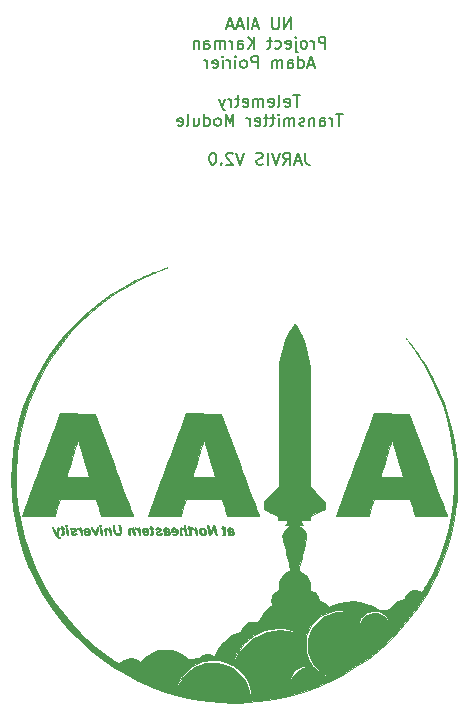
<source format=gbr>
G04 #@! TF.FileFunction,Legend,Bot*
%FSLAX46Y46*%
G04 Gerber Fmt 4.6, Leading zero omitted, Abs format (unit mm)*
G04 Created by KiCad (PCBNEW 4.0.6) date Friday, September 08, 2017 'PMt' 06:19:34 PM*
%MOMM*%
%LPD*%
G01*
G04 APERTURE LIST*
%ADD10C,0.100000*%
%ADD11C,0.150000*%
%ADD12C,0.010000*%
G04 APERTURE END LIST*
D10*
D11*
X127254172Y-36498762D02*
X127254172Y-35506762D01*
X126687314Y-36498762D01*
X126687314Y-35506762D01*
X126214934Y-35506762D02*
X126214934Y-36309810D01*
X126167695Y-36404286D01*
X126120457Y-36451524D01*
X126025981Y-36498762D01*
X125837029Y-36498762D01*
X125742553Y-36451524D01*
X125695314Y-36404286D01*
X125648076Y-36309810D01*
X125648076Y-35506762D01*
X124467124Y-36215333D02*
X123994743Y-36215333D01*
X124561600Y-36498762D02*
X124230933Y-35506762D01*
X123900266Y-36498762D01*
X123569600Y-36498762D02*
X123569600Y-35506762D01*
X123144457Y-36215333D02*
X122672076Y-36215333D01*
X123238933Y-36498762D02*
X122908266Y-35506762D01*
X122577599Y-36498762D01*
X122294171Y-36215333D02*
X121821790Y-36215333D01*
X122388647Y-36498762D02*
X122057980Y-35506762D01*
X121727313Y-36498762D01*
X130135696Y-38136762D02*
X130135696Y-37144762D01*
X129757791Y-37144762D01*
X129663315Y-37192000D01*
X129616076Y-37239238D01*
X129568838Y-37333714D01*
X129568838Y-37475429D01*
X129616076Y-37569905D01*
X129663315Y-37617143D01*
X129757791Y-37664381D01*
X130135696Y-37664381D01*
X129143696Y-38136762D02*
X129143696Y-37475429D01*
X129143696Y-37664381D02*
X129096457Y-37569905D01*
X129049219Y-37522667D01*
X128954743Y-37475429D01*
X128860267Y-37475429D01*
X128387886Y-38136762D02*
X128482362Y-38089524D01*
X128529601Y-38042286D01*
X128576839Y-37947810D01*
X128576839Y-37664381D01*
X128529601Y-37569905D01*
X128482362Y-37522667D01*
X128387886Y-37475429D01*
X128246172Y-37475429D01*
X128151696Y-37522667D01*
X128104458Y-37569905D01*
X128057220Y-37664381D01*
X128057220Y-37947810D01*
X128104458Y-38042286D01*
X128151696Y-38089524D01*
X128246172Y-38136762D01*
X128387886Y-38136762D01*
X127632077Y-37475429D02*
X127632077Y-38325714D01*
X127679315Y-38420190D01*
X127773791Y-38467429D01*
X127821029Y-38467429D01*
X127632077Y-37144762D02*
X127679315Y-37192000D01*
X127632077Y-37239238D01*
X127584838Y-37192000D01*
X127632077Y-37144762D01*
X127632077Y-37239238D01*
X126781791Y-38089524D02*
X126876267Y-38136762D01*
X127065219Y-38136762D01*
X127159696Y-38089524D01*
X127206934Y-37995048D01*
X127206934Y-37617143D01*
X127159696Y-37522667D01*
X127065219Y-37475429D01*
X126876267Y-37475429D01*
X126781791Y-37522667D01*
X126734553Y-37617143D01*
X126734553Y-37711619D01*
X127206934Y-37806095D01*
X125884267Y-38089524D02*
X125978743Y-38136762D01*
X126167695Y-38136762D01*
X126262171Y-38089524D01*
X126309410Y-38042286D01*
X126356648Y-37947810D01*
X126356648Y-37664381D01*
X126309410Y-37569905D01*
X126262171Y-37522667D01*
X126167695Y-37475429D01*
X125978743Y-37475429D01*
X125884267Y-37522667D01*
X125600838Y-37475429D02*
X125222933Y-37475429D01*
X125459124Y-37144762D02*
X125459124Y-37995048D01*
X125411885Y-38089524D01*
X125317409Y-38136762D01*
X125222933Y-38136762D01*
X124136457Y-38136762D02*
X124136457Y-37144762D01*
X123569599Y-38136762D02*
X123994742Y-37569905D01*
X123569599Y-37144762D02*
X124136457Y-37711619D01*
X122719314Y-38136762D02*
X122719314Y-37617143D01*
X122766552Y-37522667D01*
X122861028Y-37475429D01*
X123049980Y-37475429D01*
X123144457Y-37522667D01*
X122719314Y-38089524D02*
X122813790Y-38136762D01*
X123049980Y-38136762D01*
X123144457Y-38089524D01*
X123191695Y-37995048D01*
X123191695Y-37900571D01*
X123144457Y-37806095D01*
X123049980Y-37758857D01*
X122813790Y-37758857D01*
X122719314Y-37711619D01*
X122246933Y-38136762D02*
X122246933Y-37475429D01*
X122246933Y-37664381D02*
X122199694Y-37569905D01*
X122152456Y-37522667D01*
X122057980Y-37475429D01*
X121963504Y-37475429D01*
X121632838Y-38136762D02*
X121632838Y-37475429D01*
X121632838Y-37569905D02*
X121585599Y-37522667D01*
X121491123Y-37475429D01*
X121349409Y-37475429D01*
X121254933Y-37522667D01*
X121207695Y-37617143D01*
X121207695Y-38136762D01*
X121207695Y-37617143D02*
X121160457Y-37522667D01*
X121065980Y-37475429D01*
X120924266Y-37475429D01*
X120829790Y-37522667D01*
X120782552Y-37617143D01*
X120782552Y-38136762D01*
X119885028Y-38136762D02*
X119885028Y-37617143D01*
X119932266Y-37522667D01*
X120026742Y-37475429D01*
X120215694Y-37475429D01*
X120310171Y-37522667D01*
X119885028Y-38089524D02*
X119979504Y-38136762D01*
X120215694Y-38136762D01*
X120310171Y-38089524D01*
X120357409Y-37995048D01*
X120357409Y-37900571D01*
X120310171Y-37806095D01*
X120215694Y-37758857D01*
X119979504Y-37758857D01*
X119885028Y-37711619D01*
X119412647Y-37475429D02*
X119412647Y-38136762D01*
X119412647Y-37569905D02*
X119365408Y-37522667D01*
X119270932Y-37475429D01*
X119129218Y-37475429D01*
X119034742Y-37522667D01*
X118987504Y-37617143D01*
X118987504Y-38136762D01*
X129190934Y-39491333D02*
X128718553Y-39491333D01*
X129285410Y-39774762D02*
X128954743Y-38782762D01*
X128624076Y-39774762D01*
X127868267Y-39774762D02*
X127868267Y-38782762D01*
X127868267Y-39727524D02*
X127962743Y-39774762D01*
X128151695Y-39774762D01*
X128246171Y-39727524D01*
X128293410Y-39680286D01*
X128340648Y-39585810D01*
X128340648Y-39302381D01*
X128293410Y-39207905D01*
X128246171Y-39160667D01*
X128151695Y-39113429D01*
X127962743Y-39113429D01*
X127868267Y-39160667D01*
X126970743Y-39774762D02*
X126970743Y-39255143D01*
X127017981Y-39160667D01*
X127112457Y-39113429D01*
X127301409Y-39113429D01*
X127395886Y-39160667D01*
X126970743Y-39727524D02*
X127065219Y-39774762D01*
X127301409Y-39774762D01*
X127395886Y-39727524D01*
X127443124Y-39633048D01*
X127443124Y-39538571D01*
X127395886Y-39444095D01*
X127301409Y-39396857D01*
X127065219Y-39396857D01*
X126970743Y-39349619D01*
X126498362Y-39774762D02*
X126498362Y-39113429D01*
X126498362Y-39207905D02*
X126451123Y-39160667D01*
X126356647Y-39113429D01*
X126214933Y-39113429D01*
X126120457Y-39160667D01*
X126073219Y-39255143D01*
X126073219Y-39774762D01*
X126073219Y-39255143D02*
X126025981Y-39160667D01*
X125931504Y-39113429D01*
X125789790Y-39113429D01*
X125695314Y-39160667D01*
X125648076Y-39255143D01*
X125648076Y-39774762D01*
X124419885Y-39774762D02*
X124419885Y-38782762D01*
X124041980Y-38782762D01*
X123947504Y-38830000D01*
X123900265Y-38877238D01*
X123853027Y-38971714D01*
X123853027Y-39113429D01*
X123900265Y-39207905D01*
X123947504Y-39255143D01*
X124041980Y-39302381D01*
X124419885Y-39302381D01*
X123286170Y-39774762D02*
X123380646Y-39727524D01*
X123427885Y-39680286D01*
X123475123Y-39585810D01*
X123475123Y-39302381D01*
X123427885Y-39207905D01*
X123380646Y-39160667D01*
X123286170Y-39113429D01*
X123144456Y-39113429D01*
X123049980Y-39160667D01*
X123002742Y-39207905D01*
X122955504Y-39302381D01*
X122955504Y-39585810D01*
X123002742Y-39680286D01*
X123049980Y-39727524D01*
X123144456Y-39774762D01*
X123286170Y-39774762D01*
X122530361Y-39774762D02*
X122530361Y-39113429D01*
X122530361Y-38782762D02*
X122577599Y-38830000D01*
X122530361Y-38877238D01*
X122483122Y-38830000D01*
X122530361Y-38782762D01*
X122530361Y-38877238D01*
X122057980Y-39774762D02*
X122057980Y-39113429D01*
X122057980Y-39302381D02*
X122010741Y-39207905D01*
X121963503Y-39160667D01*
X121869027Y-39113429D01*
X121774551Y-39113429D01*
X121443885Y-39774762D02*
X121443885Y-39113429D01*
X121443885Y-38782762D02*
X121491123Y-38830000D01*
X121443885Y-38877238D01*
X121396646Y-38830000D01*
X121443885Y-38782762D01*
X121443885Y-38877238D01*
X120593599Y-39727524D02*
X120688075Y-39774762D01*
X120877027Y-39774762D01*
X120971504Y-39727524D01*
X121018742Y-39633048D01*
X121018742Y-39255143D01*
X120971504Y-39160667D01*
X120877027Y-39113429D01*
X120688075Y-39113429D01*
X120593599Y-39160667D01*
X120546361Y-39255143D01*
X120546361Y-39349619D01*
X121018742Y-39444095D01*
X120121218Y-39774762D02*
X120121218Y-39113429D01*
X120121218Y-39302381D02*
X120073979Y-39207905D01*
X120026741Y-39160667D01*
X119932265Y-39113429D01*
X119837789Y-39113429D01*
X128009982Y-42058762D02*
X127443125Y-42058762D01*
X127726553Y-43050762D02*
X127726553Y-42058762D01*
X126734553Y-43003524D02*
X126829029Y-43050762D01*
X127017981Y-43050762D01*
X127112458Y-43003524D01*
X127159696Y-42909048D01*
X127159696Y-42531143D01*
X127112458Y-42436667D01*
X127017981Y-42389429D01*
X126829029Y-42389429D01*
X126734553Y-42436667D01*
X126687315Y-42531143D01*
X126687315Y-42625619D01*
X127159696Y-42720095D01*
X126120457Y-43050762D02*
X126214933Y-43003524D01*
X126262172Y-42909048D01*
X126262172Y-42058762D01*
X125364648Y-43003524D02*
X125459124Y-43050762D01*
X125648076Y-43050762D01*
X125742553Y-43003524D01*
X125789791Y-42909048D01*
X125789791Y-42531143D01*
X125742553Y-42436667D01*
X125648076Y-42389429D01*
X125459124Y-42389429D01*
X125364648Y-42436667D01*
X125317410Y-42531143D01*
X125317410Y-42625619D01*
X125789791Y-42720095D01*
X124892267Y-43050762D02*
X124892267Y-42389429D01*
X124892267Y-42483905D02*
X124845028Y-42436667D01*
X124750552Y-42389429D01*
X124608838Y-42389429D01*
X124514362Y-42436667D01*
X124467124Y-42531143D01*
X124467124Y-43050762D01*
X124467124Y-42531143D02*
X124419886Y-42436667D01*
X124325409Y-42389429D01*
X124183695Y-42389429D01*
X124089219Y-42436667D01*
X124041981Y-42531143D01*
X124041981Y-43050762D01*
X123191695Y-43003524D02*
X123286171Y-43050762D01*
X123475123Y-43050762D01*
X123569600Y-43003524D01*
X123616838Y-42909048D01*
X123616838Y-42531143D01*
X123569600Y-42436667D01*
X123475123Y-42389429D01*
X123286171Y-42389429D01*
X123191695Y-42436667D01*
X123144457Y-42531143D01*
X123144457Y-42625619D01*
X123616838Y-42720095D01*
X122861028Y-42389429D02*
X122483123Y-42389429D01*
X122719314Y-42058762D02*
X122719314Y-42909048D01*
X122672075Y-43003524D01*
X122577599Y-43050762D01*
X122483123Y-43050762D01*
X122152457Y-43050762D02*
X122152457Y-42389429D01*
X122152457Y-42578381D02*
X122105218Y-42483905D01*
X122057980Y-42436667D01*
X121963504Y-42389429D01*
X121869028Y-42389429D01*
X121632838Y-42389429D02*
X121396647Y-43050762D01*
X121160457Y-42389429D02*
X121396647Y-43050762D01*
X121491123Y-43286952D01*
X121538362Y-43334190D01*
X121632838Y-43381429D01*
X131623696Y-43696762D02*
X131056839Y-43696762D01*
X131340267Y-44688762D02*
X131340267Y-43696762D01*
X130726172Y-44688762D02*
X130726172Y-44027429D01*
X130726172Y-44216381D02*
X130678933Y-44121905D01*
X130631695Y-44074667D01*
X130537219Y-44027429D01*
X130442743Y-44027429D01*
X129686934Y-44688762D02*
X129686934Y-44169143D01*
X129734172Y-44074667D01*
X129828648Y-44027429D01*
X130017600Y-44027429D01*
X130112077Y-44074667D01*
X129686934Y-44641524D02*
X129781410Y-44688762D01*
X130017600Y-44688762D01*
X130112077Y-44641524D01*
X130159315Y-44547048D01*
X130159315Y-44452571D01*
X130112077Y-44358095D01*
X130017600Y-44310857D01*
X129781410Y-44310857D01*
X129686934Y-44263619D01*
X129214553Y-44027429D02*
X129214553Y-44688762D01*
X129214553Y-44121905D02*
X129167314Y-44074667D01*
X129072838Y-44027429D01*
X128931124Y-44027429D01*
X128836648Y-44074667D01*
X128789410Y-44169143D01*
X128789410Y-44688762D01*
X128364267Y-44641524D02*
X128269790Y-44688762D01*
X128080838Y-44688762D01*
X127986362Y-44641524D01*
X127939124Y-44547048D01*
X127939124Y-44499810D01*
X127986362Y-44405333D01*
X128080838Y-44358095D01*
X128222552Y-44358095D01*
X128317029Y-44310857D01*
X128364267Y-44216381D01*
X128364267Y-44169143D01*
X128317029Y-44074667D01*
X128222552Y-44027429D01*
X128080838Y-44027429D01*
X127986362Y-44074667D01*
X127513981Y-44688762D02*
X127513981Y-44027429D01*
X127513981Y-44121905D02*
X127466742Y-44074667D01*
X127372266Y-44027429D01*
X127230552Y-44027429D01*
X127136076Y-44074667D01*
X127088838Y-44169143D01*
X127088838Y-44688762D01*
X127088838Y-44169143D02*
X127041600Y-44074667D01*
X126947123Y-44027429D01*
X126805409Y-44027429D01*
X126710933Y-44074667D01*
X126663695Y-44169143D01*
X126663695Y-44688762D01*
X126191314Y-44688762D02*
X126191314Y-44027429D01*
X126191314Y-43696762D02*
X126238552Y-43744000D01*
X126191314Y-43791238D01*
X126144075Y-43744000D01*
X126191314Y-43696762D01*
X126191314Y-43791238D01*
X125860647Y-44027429D02*
X125482742Y-44027429D01*
X125718933Y-43696762D02*
X125718933Y-44547048D01*
X125671694Y-44641524D01*
X125577218Y-44688762D01*
X125482742Y-44688762D01*
X125293790Y-44027429D02*
X124915885Y-44027429D01*
X125152076Y-43696762D02*
X125152076Y-44547048D01*
X125104837Y-44641524D01*
X125010361Y-44688762D01*
X124915885Y-44688762D01*
X124207314Y-44641524D02*
X124301790Y-44688762D01*
X124490742Y-44688762D01*
X124585219Y-44641524D01*
X124632457Y-44547048D01*
X124632457Y-44169143D01*
X124585219Y-44074667D01*
X124490742Y-44027429D01*
X124301790Y-44027429D01*
X124207314Y-44074667D01*
X124160076Y-44169143D01*
X124160076Y-44263619D01*
X124632457Y-44358095D01*
X123734933Y-44688762D02*
X123734933Y-44027429D01*
X123734933Y-44216381D02*
X123687694Y-44121905D01*
X123640456Y-44074667D01*
X123545980Y-44027429D01*
X123451504Y-44027429D01*
X122365028Y-44688762D02*
X122365028Y-43696762D01*
X122034361Y-44405333D01*
X121703694Y-43696762D01*
X121703694Y-44688762D01*
X121089599Y-44688762D02*
X121184075Y-44641524D01*
X121231314Y-44594286D01*
X121278552Y-44499810D01*
X121278552Y-44216381D01*
X121231314Y-44121905D01*
X121184075Y-44074667D01*
X121089599Y-44027429D01*
X120947885Y-44027429D01*
X120853409Y-44074667D01*
X120806171Y-44121905D01*
X120758933Y-44216381D01*
X120758933Y-44499810D01*
X120806171Y-44594286D01*
X120853409Y-44641524D01*
X120947885Y-44688762D01*
X121089599Y-44688762D01*
X119908647Y-44688762D02*
X119908647Y-43696762D01*
X119908647Y-44641524D02*
X120003123Y-44688762D01*
X120192075Y-44688762D01*
X120286551Y-44641524D01*
X120333790Y-44594286D01*
X120381028Y-44499810D01*
X120381028Y-44216381D01*
X120333790Y-44121905D01*
X120286551Y-44074667D01*
X120192075Y-44027429D01*
X120003123Y-44027429D01*
X119908647Y-44074667D01*
X119011123Y-44027429D02*
X119011123Y-44688762D01*
X119436266Y-44027429D02*
X119436266Y-44547048D01*
X119389027Y-44641524D01*
X119294551Y-44688762D01*
X119152837Y-44688762D01*
X119058361Y-44641524D01*
X119011123Y-44594286D01*
X118397027Y-44688762D02*
X118491503Y-44641524D01*
X118538742Y-44547048D01*
X118538742Y-43696762D01*
X117641218Y-44641524D02*
X117735694Y-44688762D01*
X117924646Y-44688762D01*
X118019123Y-44641524D01*
X118066361Y-44547048D01*
X118066361Y-44169143D01*
X118019123Y-44074667D01*
X117924646Y-44027429D01*
X117735694Y-44027429D01*
X117641218Y-44074667D01*
X117593980Y-44169143D01*
X117593980Y-44263619D01*
X118066361Y-44358095D01*
X128458744Y-46972762D02*
X128458744Y-47681333D01*
X128505982Y-47823048D01*
X128600458Y-47917524D01*
X128742173Y-47964762D01*
X128836649Y-47964762D01*
X128033601Y-47681333D02*
X127561220Y-47681333D01*
X128128077Y-47964762D02*
X127797410Y-46972762D01*
X127466743Y-47964762D01*
X126569219Y-47964762D02*
X126899886Y-47492381D01*
X127136077Y-47964762D02*
X127136077Y-46972762D01*
X126758172Y-46972762D01*
X126663696Y-47020000D01*
X126616457Y-47067238D01*
X126569219Y-47161714D01*
X126569219Y-47303429D01*
X126616457Y-47397905D01*
X126663696Y-47445143D01*
X126758172Y-47492381D01*
X127136077Y-47492381D01*
X126285791Y-46972762D02*
X125955124Y-47964762D01*
X125624457Y-46972762D01*
X125293791Y-47964762D02*
X125293791Y-46972762D01*
X124868648Y-47917524D02*
X124726933Y-47964762D01*
X124490743Y-47964762D01*
X124396267Y-47917524D01*
X124349029Y-47870286D01*
X124301790Y-47775810D01*
X124301790Y-47681333D01*
X124349029Y-47586857D01*
X124396267Y-47539619D01*
X124490743Y-47492381D01*
X124679695Y-47445143D01*
X124774171Y-47397905D01*
X124821410Y-47350667D01*
X124868648Y-47256190D01*
X124868648Y-47161714D01*
X124821410Y-47067238D01*
X124774171Y-47020000D01*
X124679695Y-46972762D01*
X124443505Y-46972762D01*
X124301790Y-47020000D01*
X123262552Y-46972762D02*
X122931885Y-47964762D01*
X122601218Y-46972762D01*
X122317790Y-47067238D02*
X122270552Y-47020000D01*
X122176075Y-46972762D01*
X121939885Y-46972762D01*
X121845409Y-47020000D01*
X121798171Y-47067238D01*
X121750932Y-47161714D01*
X121750932Y-47256190D01*
X121798171Y-47397905D01*
X122365028Y-47964762D01*
X121750932Y-47964762D01*
X121325790Y-47870286D02*
X121278551Y-47917524D01*
X121325790Y-47964762D01*
X121373028Y-47917524D01*
X121325790Y-47870286D01*
X121325790Y-47964762D01*
X120664456Y-46972762D02*
X120569980Y-46972762D01*
X120475504Y-47020000D01*
X120428266Y-47067238D01*
X120381028Y-47161714D01*
X120333789Y-47350667D01*
X120333789Y-47586857D01*
X120381028Y-47775810D01*
X120428266Y-47870286D01*
X120475504Y-47917524D01*
X120569980Y-47964762D01*
X120664456Y-47964762D01*
X120758932Y-47917524D01*
X120806170Y-47870286D01*
X120853409Y-47775810D01*
X120900647Y-47586857D01*
X120900647Y-47350667D01*
X120853409Y-47161714D01*
X120806170Y-47067238D01*
X120758932Y-47020000D01*
X120664456Y-46972762D01*
D12*
G36*
X116012879Y-56952741D02*
X115918583Y-56997987D01*
X115775148Y-57060763D01*
X115604958Y-57131266D01*
X114484317Y-57630002D01*
X113398895Y-58204036D01*
X112352625Y-58849991D01*
X111349439Y-59564493D01*
X110393267Y-60344164D01*
X109488044Y-61185629D01*
X108637701Y-62085512D01*
X107846169Y-63040437D01*
X107117382Y-64047029D01*
X106593787Y-64867903D01*
X105986727Y-65957726D01*
X105457186Y-67081118D01*
X105005027Y-68238472D01*
X104630116Y-69430179D01*
X104332317Y-70656634D01*
X104111494Y-71918228D01*
X104078299Y-72161400D01*
X104038498Y-72532227D01*
X104006046Y-72967317D01*
X103981404Y-73446548D01*
X103965031Y-73949795D01*
X103957390Y-74456936D01*
X103958940Y-74947848D01*
X103970144Y-75402408D01*
X103991461Y-75800492D01*
X103994131Y-75835965D01*
X104133139Y-77091667D01*
X104352519Y-78323727D01*
X104650534Y-79529162D01*
X105025450Y-80704988D01*
X105475530Y-81848224D01*
X105999039Y-82955886D01*
X106594242Y-84024991D01*
X107259402Y-85052557D01*
X107992784Y-86035600D01*
X108792652Y-86971139D01*
X109657271Y-87856190D01*
X110584904Y-88687769D01*
X111573816Y-89462896D01*
X112165979Y-89879483D01*
X112632325Y-90194643D01*
X112824486Y-90047963D01*
X113093100Y-89891255D01*
X113388912Y-89802035D01*
X113694540Y-89780954D01*
X113992597Y-89828665D01*
X114265701Y-89945823D01*
X114335413Y-89991219D01*
X114451260Y-90073354D01*
X114677167Y-89841965D01*
X115032855Y-89535586D01*
X115434279Y-89293891D01*
X115782580Y-89152253D01*
X115966216Y-89098120D01*
X116132487Y-89064422D01*
X116313364Y-89046732D01*
X116540820Y-89040622D01*
X116590233Y-89040408D01*
X116820649Y-89043246D01*
X116997138Y-89055739D01*
X117150272Y-89082236D01*
X117310626Y-89127089D01*
X117394566Y-89154855D01*
X117827116Y-89338081D01*
X118214160Y-89581139D01*
X118325900Y-89668374D01*
X118495233Y-89806695D01*
X118960900Y-89783308D01*
X119171237Y-89770946D01*
X119316262Y-89756098D01*
X119415310Y-89734537D01*
X119487718Y-89702036D01*
X119552820Y-89654368D01*
X119553566Y-89653745D01*
X119777903Y-89515360D01*
X120030269Y-89441639D01*
X120288781Y-89435523D01*
X120531556Y-89499951D01*
X120568311Y-89517426D01*
X120670294Y-89566098D01*
X120734417Y-89590413D01*
X120743836Y-89590741D01*
X120765978Y-89550832D01*
X120817501Y-89451256D01*
X120890120Y-89308173D01*
X120955143Y-89178631D01*
X121057705Y-88984449D01*
X121158102Y-88824926D01*
X121274951Y-88675155D01*
X121426871Y-88510230D01*
X121539986Y-88396233D01*
X121900056Y-88079987D01*
X122272525Y-87830319D01*
X122646042Y-87654455D01*
X122770900Y-87612864D01*
X122868314Y-87575751D01*
X122939576Y-87519797D01*
X123005181Y-87423610D01*
X123067233Y-87303589D01*
X123235786Y-87050268D01*
X123458978Y-86852295D01*
X123722638Y-86717435D01*
X124012593Y-86653450D01*
X124246491Y-86657565D01*
X124464233Y-86684359D01*
X124580924Y-86460796D01*
X124759546Y-86165812D01*
X124986620Y-85861487D01*
X125236788Y-85579958D01*
X125396555Y-85427242D01*
X125527454Y-85308468D01*
X125603626Y-85227442D01*
X125635793Y-85168204D01*
X125634681Y-85114794D01*
X125625476Y-85086543D01*
X125584830Y-84881662D01*
X125597195Y-84652213D01*
X125658930Y-84436546D01*
X125693726Y-84367631D01*
X125801304Y-84231775D01*
X125942825Y-84115113D01*
X126090945Y-84036832D01*
X126196620Y-84014733D01*
X126230630Y-84000616D01*
X126245133Y-83946712D01*
X126242640Y-83835691D01*
X126235276Y-83747684D01*
X126243146Y-83419595D01*
X126325263Y-83114692D01*
X126475310Y-82844551D01*
X126686968Y-82620746D01*
X126936437Y-82462974D01*
X127065645Y-82397115D01*
X127157847Y-82341321D01*
X127192608Y-82308383D01*
X127182988Y-82260487D01*
X127154714Y-82140599D01*
X127110265Y-81958712D01*
X127052118Y-81724822D01*
X126982750Y-81448923D01*
X126904638Y-81141009D01*
X126856066Y-80950761D01*
X126773082Y-80621319D01*
X126697464Y-80311210D01*
X126631789Y-80031782D01*
X126578631Y-79794379D01*
X126540566Y-79610348D01*
X126520169Y-79491036D01*
X126517400Y-79458672D01*
X126547729Y-79276102D01*
X126627523Y-79074434D01*
X126739988Y-78887280D01*
X126868332Y-78748255D01*
X126874867Y-78743168D01*
X127011427Y-78656394D01*
X127162321Y-78583738D01*
X127177407Y-78578001D01*
X127342900Y-78517366D01*
X126767830Y-78511400D01*
X126875448Y-78327764D01*
X126937386Y-78216932D01*
X126976288Y-78137429D01*
X126983066Y-78116097D01*
X126943802Y-78104052D01*
X126838266Y-78094600D01*
X126684844Y-78089022D01*
X126580900Y-78088067D01*
X126178733Y-78088067D01*
X126178733Y-77726880D01*
X125564900Y-77420826D01*
X124951066Y-77114772D01*
X124951066Y-76534275D01*
X125584714Y-75861254D01*
X126218361Y-75188233D01*
X126219714Y-70170623D01*
X126220314Y-69354184D01*
X126221646Y-68595679D01*
X126223688Y-67897725D01*
X126226417Y-67262944D01*
X126229813Y-66693955D01*
X126233852Y-66193377D01*
X126238514Y-65763832D01*
X126243777Y-65407937D01*
X126249618Y-65128314D01*
X126256017Y-64927583D01*
X126262951Y-64808362D01*
X126264429Y-64794289D01*
X126373874Y-64123846D01*
X126536013Y-63467112D01*
X126744269Y-62848065D01*
X126897892Y-62484517D01*
X126975090Y-62328367D01*
X127071140Y-62150393D01*
X127176909Y-61965596D01*
X127283260Y-61788979D01*
X127381058Y-61635542D01*
X127461167Y-61520287D01*
X127514453Y-61458216D01*
X127526892Y-61451613D01*
X127567932Y-61487201D01*
X127639249Y-61583380D01*
X127732041Y-61725633D01*
X127837505Y-61899444D01*
X127946835Y-62090298D01*
X128051229Y-62283677D01*
X128141883Y-62465066D01*
X128143183Y-62467810D01*
X128421956Y-63154039D01*
X128632567Y-63889850D01*
X128774742Y-64674227D01*
X128800790Y-64888981D01*
X128808585Y-65005540D01*
X128815674Y-65205260D01*
X128822047Y-65486639D01*
X128827690Y-65848173D01*
X128832591Y-66288359D01*
X128836737Y-66805696D01*
X128840115Y-67398680D01*
X128842713Y-68065808D01*
X128844519Y-68805577D01*
X128845519Y-69616486D01*
X128845733Y-70244417D01*
X128845733Y-75188771D01*
X129480733Y-75851611D01*
X130115733Y-76514452D01*
X130115733Y-77113870D01*
X128845733Y-77749930D01*
X128845733Y-78088067D01*
X128037830Y-78088067D01*
X128145448Y-78271702D01*
X128207386Y-78382534D01*
X128246288Y-78462037D01*
X128253066Y-78483369D01*
X128214512Y-78498524D01*
X128113963Y-78510297D01*
X127988483Y-78515722D01*
X127847659Y-78518858D01*
X127783135Y-78524775D01*
X127786549Y-78537136D01*
X127849538Y-78559606D01*
X127872066Y-78566745D01*
X128057136Y-78662929D01*
X128233602Y-78820699D01*
X128385057Y-79017774D01*
X128495091Y-79231875D01*
X128547297Y-79440722D01*
X128549400Y-79486441D01*
X128539153Y-79550183D01*
X128510102Y-79685233D01*
X128464784Y-79880964D01*
X128405733Y-80126751D01*
X128335485Y-80411967D01*
X128256575Y-80725986D01*
X128210733Y-80905828D01*
X128128414Y-81228896D01*
X128053319Y-81526947D01*
X127987958Y-81789752D01*
X127934843Y-82007079D01*
X127896486Y-82168698D01*
X127875397Y-82264378D01*
X127872066Y-82285446D01*
X127907559Y-82334212D01*
X127998547Y-82396848D01*
X128074580Y-82435967D01*
X128336224Y-82600529D01*
X128558116Y-82829845D01*
X128712909Y-83083400D01*
X128771899Y-83225119D01*
X128804830Y-83358169D01*
X128818010Y-83516967D01*
X128818869Y-83661379D01*
X128815270Y-84006524D01*
X128945866Y-84032643D01*
X129148028Y-84112628D01*
X129333222Y-84259272D01*
X129479923Y-84454690D01*
X129500498Y-84493498D01*
X129559874Y-84623993D01*
X129598816Y-84731327D01*
X129607733Y-84776028D01*
X129642558Y-84830334D01*
X129735280Y-84908168D01*
X129868267Y-84994795D01*
X129872316Y-84997156D01*
X130030252Y-85094557D01*
X130180391Y-85196434D01*
X130280532Y-85272914D01*
X130424165Y-85394883D01*
X130783003Y-85250802D01*
X131342033Y-85070440D01*
X131914791Y-84969932D01*
X132492220Y-84948666D01*
X133065262Y-85006029D01*
X133624859Y-85141408D01*
X134161954Y-85354191D01*
X134433733Y-85497758D01*
X134708900Y-85656791D01*
X135181342Y-85634281D01*
X135653785Y-85611771D01*
X135725658Y-85452385D01*
X135869378Y-85230617D01*
X136078198Y-85041036D01*
X136335010Y-84895575D01*
X136622707Y-84806169D01*
X136662110Y-84799184D01*
X136778813Y-84771156D01*
X136837095Y-84724505D01*
X136860062Y-84657391D01*
X136920628Y-84506319D01*
X137032543Y-84343478D01*
X137172696Y-84197399D01*
X137311697Y-84099758D01*
X137579102Y-84003715D01*
X137840509Y-83989875D01*
X138032066Y-84034814D01*
X138159075Y-84080961D01*
X138259336Y-84116253D01*
X138286066Y-84125157D01*
X138329463Y-84107509D01*
X138396400Y-84030038D01*
X138490813Y-83887304D01*
X138616634Y-83673865D01*
X138632410Y-83646101D01*
X139219592Y-82525097D01*
X139727322Y-81376256D01*
X140155042Y-80202478D01*
X140502190Y-79006660D01*
X140768209Y-77791702D01*
X140952537Y-76560500D01*
X141054615Y-75315953D01*
X141073885Y-74060959D01*
X141009784Y-72798416D01*
X140908378Y-71861203D01*
X140708983Y-70673428D01*
X140428230Y-69492099D01*
X140069361Y-68325504D01*
X139635619Y-67181932D01*
X139130247Y-66069672D01*
X138556487Y-64997011D01*
X137917582Y-63972238D01*
X137696252Y-63650595D01*
X137585666Y-63491125D01*
X137500324Y-63362980D01*
X137447936Y-63278136D01*
X137436212Y-63248573D01*
X137438039Y-63249392D01*
X137483055Y-63296994D01*
X137566357Y-63403297D01*
X137679576Y-63556350D01*
X137814346Y-63744201D01*
X137962299Y-63954897D01*
X138115067Y-64176487D01*
X138264282Y-64397019D01*
X138401577Y-64604540D01*
X138518585Y-64787098D01*
X138550032Y-64837733D01*
X139169127Y-65920112D01*
X139710070Y-67027787D01*
X140174138Y-68164458D01*
X140562607Y-69333829D01*
X140876756Y-70539599D01*
X141117860Y-71785471D01*
X141237054Y-72627067D01*
X141265161Y-72921830D01*
X141287202Y-73284546D01*
X141303178Y-73698781D01*
X141313089Y-74148101D01*
X141316935Y-74616072D01*
X141314717Y-75086260D01*
X141306436Y-75542232D01*
X141292092Y-75967553D01*
X141271686Y-76345790D01*
X141245218Y-76660509D01*
X141236918Y-76733400D01*
X141045018Y-78001238D01*
X140784149Y-79222567D01*
X140452683Y-80402199D01*
X140048989Y-81544944D01*
X139571441Y-82655613D01*
X139018408Y-83739017D01*
X138648156Y-84380501D01*
X137984435Y-85402575D01*
X137250471Y-86385361D01*
X136452533Y-87322363D01*
X135596890Y-88207085D01*
X134689810Y-89033031D01*
X133737561Y-89793704D01*
X132782733Y-90459104D01*
X131690028Y-91119411D01*
X130570575Y-91699463D01*
X129423994Y-92199383D01*
X128249901Y-92619293D01*
X127047915Y-92959318D01*
X125817654Y-93219580D01*
X124558736Y-93400204D01*
X123382050Y-93495773D01*
X123064304Y-93511895D01*
X122804771Y-93523114D01*
X122581931Y-93529405D01*
X122374262Y-93530745D01*
X122160243Y-93527109D01*
X121918353Y-93518475D01*
X121627071Y-93504817D01*
X121407763Y-93493584D01*
X120170210Y-93387442D01*
X118950509Y-93200111D01*
X117752063Y-92933830D01*
X116578274Y-92590832D01*
X115680788Y-92263810D01*
X117537906Y-92263810D01*
X117542626Y-92331106D01*
X117548171Y-92336594D01*
X117588872Y-92322394D01*
X117616307Y-92263409D01*
X117663069Y-92136456D01*
X117745705Y-91962794D01*
X117851676Y-91765172D01*
X117968441Y-91566342D01*
X118083463Y-91389052D01*
X118144761Y-91304636D01*
X118417896Y-91006446D01*
X118752950Y-90731351D01*
X119127602Y-90493989D01*
X119519526Y-90308994D01*
X119807566Y-90214413D01*
X119969551Y-90181158D01*
X120178717Y-90150761D01*
X120397610Y-90128390D01*
X120465308Y-90123666D01*
X120957949Y-90134890D01*
X121434971Y-90224301D01*
X121888654Y-90385788D01*
X122311280Y-90613242D01*
X122695128Y-90900553D01*
X123032479Y-91241609D01*
X123315613Y-91630300D01*
X123536811Y-92060517D01*
X123688353Y-92526149D01*
X123724785Y-92703650D01*
X123762997Y-92877741D01*
X123802687Y-92971568D01*
X123842811Y-92983596D01*
X123876969Y-92927085D01*
X123882005Y-92844222D01*
X123864771Y-92701501D01*
X123829854Y-92519358D01*
X123781838Y-92318230D01*
X123725311Y-92118553D01*
X123664856Y-91940765D01*
X123643802Y-91887930D01*
X123473614Y-91552662D01*
X123250377Y-91219049D01*
X122991502Y-90908311D01*
X122714400Y-90641666D01*
X122475756Y-90464408D01*
X122392482Y-90410761D01*
X122338554Y-90363841D01*
X122315362Y-90309653D01*
X122324296Y-90234205D01*
X122366743Y-90123503D01*
X122444092Y-89963555D01*
X122545176Y-89764990D01*
X122857908Y-89239523D01*
X123229301Y-88771807D01*
X123655542Y-88366005D01*
X124132818Y-88026280D01*
X124143567Y-88019760D01*
X124657081Y-87756843D01*
X125201322Y-87566404D01*
X125765721Y-87448865D01*
X126339709Y-87404647D01*
X126912717Y-87434172D01*
X127474177Y-87537859D01*
X128013520Y-87716131D01*
X128311583Y-87853635D01*
X128475932Y-87938151D01*
X128482105Y-88590525D01*
X128485397Y-88843990D01*
X128491561Y-89032562D01*
X128503324Y-89176013D01*
X128523415Y-89294117D01*
X128554564Y-89406648D01*
X128599500Y-89533379D01*
X128619514Y-89586121D01*
X128701410Y-89780977D01*
X128796508Y-89978670D01*
X128885957Y-90140348D01*
X128896780Y-90157621D01*
X129042808Y-90385900D01*
X128637354Y-90385900D01*
X128436759Y-90388643D01*
X128293352Y-90400279D01*
X128179739Y-90425918D01*
X128068526Y-90470672D01*
X127999066Y-90504973D01*
X127690194Y-90705086D01*
X127430077Y-90958932D01*
X127227737Y-91253439D01*
X127092195Y-91575535D01*
X127032889Y-91904965D01*
X127030849Y-92062960D01*
X127044242Y-92152420D01*
X127067575Y-92169378D01*
X127095357Y-92109868D01*
X127122097Y-91969922D01*
X127122160Y-91969454D01*
X127191106Y-91714137D01*
X127323430Y-91445535D01*
X127504722Y-91183790D01*
X127720570Y-90949043D01*
X127956564Y-90761437D01*
X128010208Y-90728225D01*
X128241975Y-90622099D01*
X128516534Y-90541502D01*
X128793326Y-90497084D01*
X128910748Y-90491733D01*
X129055454Y-90500326D01*
X129151321Y-90534085D01*
X129229937Y-90601529D01*
X129347846Y-90712829D01*
X129499762Y-90835056D01*
X129671161Y-90959011D01*
X129847515Y-91075497D01*
X130014298Y-91175314D01*
X130156984Y-91249265D01*
X130261047Y-91288151D01*
X130309875Y-91285369D01*
X130285495Y-91256757D01*
X130203469Y-91198239D01*
X130080075Y-91121181D01*
X130045969Y-91101107D01*
X129732658Y-90882163D01*
X129434349Y-90606105D01*
X129177975Y-90299640D01*
X129064955Y-90128390D01*
X128850007Y-89689711D01*
X128714598Y-89239717D01*
X128655805Y-88786293D01*
X128670707Y-88337326D01*
X128756382Y-87900701D01*
X128909908Y-87484304D01*
X129128363Y-87096022D01*
X129408825Y-86743741D01*
X129748372Y-86435347D01*
X130144082Y-86178726D01*
X130593033Y-85981764D01*
X130602566Y-85978477D01*
X130766868Y-85926054D01*
X130911974Y-85891782D01*
X131065175Y-85871838D01*
X131253764Y-85862397D01*
X131449233Y-85859833D01*
X131856546Y-85877074D01*
X132213876Y-85936943D01*
X132547470Y-86045221D01*
X132781665Y-86153298D01*
X132945112Y-86238978D01*
X133043775Y-86303090D01*
X133087973Y-86363163D01*
X133088023Y-86436724D01*
X133054243Y-86541300D01*
X133036922Y-86586937D01*
X132994857Y-86728385D01*
X132966438Y-86884235D01*
X132953085Y-87032941D01*
X132956218Y-87152958D01*
X132977258Y-87222740D01*
X132994400Y-87232067D01*
X133021623Y-87194672D01*
X133036066Y-87101949D01*
X133036766Y-87073317D01*
X133065076Y-86902439D01*
X133140299Y-86702276D01*
X133247973Y-86501860D01*
X133373634Y-86330224D01*
X133440711Y-86262488D01*
X133677216Y-86089718D01*
X133922984Y-85987410D01*
X134203955Y-85946027D01*
X134306733Y-85944102D01*
X134501675Y-85952140D01*
X134649725Y-85978668D01*
X134787996Y-86031588D01*
X134841121Y-86057896D01*
X135076116Y-86219021D01*
X135287080Y-86438146D01*
X135450014Y-86688605D01*
X135492366Y-86781494D01*
X135579884Y-86999233D01*
X135557933Y-86798014D01*
X135487438Y-86515714D01*
X135348855Y-86266445D01*
X135154430Y-86056499D01*
X134916409Y-85892172D01*
X134647038Y-85779756D01*
X134358563Y-85725545D01*
X134063230Y-85735832D01*
X133773286Y-85816911D01*
X133707270Y-85846911D01*
X133546771Y-85941890D01*
X133392440Y-86059168D01*
X133315797Y-86132661D01*
X133226914Y-86226470D01*
X133161183Y-86287478D01*
X133139852Y-86300733D01*
X133093741Y-86277638D01*
X133008741Y-86220159D01*
X132980992Y-86199735D01*
X132645569Y-85995084D01*
X132258865Y-85838138D01*
X131843063Y-85734514D01*
X131420347Y-85689830D01*
X131034563Y-85706835D01*
X130557045Y-85807578D01*
X130108850Y-85980949D01*
X129698280Y-86220408D01*
X129333636Y-86519416D01*
X129023222Y-86871431D01*
X128775339Y-87269914D01*
X128634774Y-87597270D01*
X128527408Y-87901451D01*
X128276307Y-87753605D01*
X127770638Y-87504104D01*
X127235304Y-87330306D01*
X126679663Y-87232777D01*
X126113075Y-87212085D01*
X125544899Y-87268795D01*
X124984496Y-87403474D01*
X124629443Y-87532842D01*
X124124418Y-87788101D01*
X123660031Y-88113131D01*
X123243893Y-88499742D01*
X122883611Y-88939744D01*
X122586796Y-89424950D01*
X122361056Y-89947171D01*
X122346538Y-89989578D01*
X122237936Y-90312924D01*
X122035548Y-90215289D01*
X121729937Y-90083706D01*
X121437237Y-89995189D01*
X121128924Y-89943681D01*
X120776472Y-89923129D01*
X120654233Y-89922097D01*
X120315161Y-89930472D01*
X120031643Y-89959102D01*
X119775753Y-90014104D01*
X119519569Y-90101597D01*
X119235164Y-90227700D01*
X119214900Y-90237444D01*
X118793529Y-90485827D01*
X118408528Y-90801980D01*
X118074513Y-91171861D01*
X117806098Y-91581428D01*
X117795475Y-91601167D01*
X117700442Y-91793650D01*
X117622228Y-91978984D01*
X117566244Y-92141070D01*
X117537906Y-92263810D01*
X115680788Y-92263810D01*
X115432543Y-92173356D01*
X114318273Y-91683637D01*
X113238865Y-91123911D01*
X112197722Y-90496415D01*
X111198245Y-89803386D01*
X110243837Y-89047059D01*
X109337899Y-88229671D01*
X108483834Y-87353458D01*
X107685043Y-86420656D01*
X106944928Y-85433502D01*
X106266892Y-84394233D01*
X105654336Y-83305084D01*
X105525953Y-83053521D01*
X105008294Y-81926343D01*
X104568117Y-80768318D01*
X104206025Y-79584066D01*
X103922619Y-78378208D01*
X103718502Y-77155364D01*
X103594276Y-75920154D01*
X103550544Y-74677199D01*
X103587907Y-73431118D01*
X103706968Y-72186533D01*
X103908329Y-70948062D01*
X103932370Y-70827900D01*
X104221351Y-69616918D01*
X104588420Y-68435102D01*
X105031064Y-67285694D01*
X105546771Y-66171940D01*
X106133027Y-65097083D01*
X106787321Y-64064366D01*
X107507138Y-63077034D01*
X108289966Y-62138329D01*
X109133293Y-61251497D01*
X110034605Y-60419781D01*
X110991390Y-59646425D01*
X112001134Y-58934672D01*
X113061326Y-58287766D01*
X114050233Y-57766768D01*
X114285395Y-57654347D01*
X114542984Y-57535719D01*
X114811602Y-57415660D01*
X115079847Y-57298946D01*
X115336322Y-57190352D01*
X115569626Y-57094656D01*
X115768359Y-57016633D01*
X115921124Y-56961059D01*
X116016519Y-56932711D01*
X116043215Y-56931771D01*
X116012879Y-56952741D01*
X116012879Y-56952741D01*
G37*
X116012879Y-56952741D02*
X115918583Y-56997987D01*
X115775148Y-57060763D01*
X115604958Y-57131266D01*
X114484317Y-57630002D01*
X113398895Y-58204036D01*
X112352625Y-58849991D01*
X111349439Y-59564493D01*
X110393267Y-60344164D01*
X109488044Y-61185629D01*
X108637701Y-62085512D01*
X107846169Y-63040437D01*
X107117382Y-64047029D01*
X106593787Y-64867903D01*
X105986727Y-65957726D01*
X105457186Y-67081118D01*
X105005027Y-68238472D01*
X104630116Y-69430179D01*
X104332317Y-70656634D01*
X104111494Y-71918228D01*
X104078299Y-72161400D01*
X104038498Y-72532227D01*
X104006046Y-72967317D01*
X103981404Y-73446548D01*
X103965031Y-73949795D01*
X103957390Y-74456936D01*
X103958940Y-74947848D01*
X103970144Y-75402408D01*
X103991461Y-75800492D01*
X103994131Y-75835965D01*
X104133139Y-77091667D01*
X104352519Y-78323727D01*
X104650534Y-79529162D01*
X105025450Y-80704988D01*
X105475530Y-81848224D01*
X105999039Y-82955886D01*
X106594242Y-84024991D01*
X107259402Y-85052557D01*
X107992784Y-86035600D01*
X108792652Y-86971139D01*
X109657271Y-87856190D01*
X110584904Y-88687769D01*
X111573816Y-89462896D01*
X112165979Y-89879483D01*
X112632325Y-90194643D01*
X112824486Y-90047963D01*
X113093100Y-89891255D01*
X113388912Y-89802035D01*
X113694540Y-89780954D01*
X113992597Y-89828665D01*
X114265701Y-89945823D01*
X114335413Y-89991219D01*
X114451260Y-90073354D01*
X114677167Y-89841965D01*
X115032855Y-89535586D01*
X115434279Y-89293891D01*
X115782580Y-89152253D01*
X115966216Y-89098120D01*
X116132487Y-89064422D01*
X116313364Y-89046732D01*
X116540820Y-89040622D01*
X116590233Y-89040408D01*
X116820649Y-89043246D01*
X116997138Y-89055739D01*
X117150272Y-89082236D01*
X117310626Y-89127089D01*
X117394566Y-89154855D01*
X117827116Y-89338081D01*
X118214160Y-89581139D01*
X118325900Y-89668374D01*
X118495233Y-89806695D01*
X118960900Y-89783308D01*
X119171237Y-89770946D01*
X119316262Y-89756098D01*
X119415310Y-89734537D01*
X119487718Y-89702036D01*
X119552820Y-89654368D01*
X119553566Y-89653745D01*
X119777903Y-89515360D01*
X120030269Y-89441639D01*
X120288781Y-89435523D01*
X120531556Y-89499951D01*
X120568311Y-89517426D01*
X120670294Y-89566098D01*
X120734417Y-89590413D01*
X120743836Y-89590741D01*
X120765978Y-89550832D01*
X120817501Y-89451256D01*
X120890120Y-89308173D01*
X120955143Y-89178631D01*
X121057705Y-88984449D01*
X121158102Y-88824926D01*
X121274951Y-88675155D01*
X121426871Y-88510230D01*
X121539986Y-88396233D01*
X121900056Y-88079987D01*
X122272525Y-87830319D01*
X122646042Y-87654455D01*
X122770900Y-87612864D01*
X122868314Y-87575751D01*
X122939576Y-87519797D01*
X123005181Y-87423610D01*
X123067233Y-87303589D01*
X123235786Y-87050268D01*
X123458978Y-86852295D01*
X123722638Y-86717435D01*
X124012593Y-86653450D01*
X124246491Y-86657565D01*
X124464233Y-86684359D01*
X124580924Y-86460796D01*
X124759546Y-86165812D01*
X124986620Y-85861487D01*
X125236788Y-85579958D01*
X125396555Y-85427242D01*
X125527454Y-85308468D01*
X125603626Y-85227442D01*
X125635793Y-85168204D01*
X125634681Y-85114794D01*
X125625476Y-85086543D01*
X125584830Y-84881662D01*
X125597195Y-84652213D01*
X125658930Y-84436546D01*
X125693726Y-84367631D01*
X125801304Y-84231775D01*
X125942825Y-84115113D01*
X126090945Y-84036832D01*
X126196620Y-84014733D01*
X126230630Y-84000616D01*
X126245133Y-83946712D01*
X126242640Y-83835691D01*
X126235276Y-83747684D01*
X126243146Y-83419595D01*
X126325263Y-83114692D01*
X126475310Y-82844551D01*
X126686968Y-82620746D01*
X126936437Y-82462974D01*
X127065645Y-82397115D01*
X127157847Y-82341321D01*
X127192608Y-82308383D01*
X127182988Y-82260487D01*
X127154714Y-82140599D01*
X127110265Y-81958712D01*
X127052118Y-81724822D01*
X126982750Y-81448923D01*
X126904638Y-81141009D01*
X126856066Y-80950761D01*
X126773082Y-80621319D01*
X126697464Y-80311210D01*
X126631789Y-80031782D01*
X126578631Y-79794379D01*
X126540566Y-79610348D01*
X126520169Y-79491036D01*
X126517400Y-79458672D01*
X126547729Y-79276102D01*
X126627523Y-79074434D01*
X126739988Y-78887280D01*
X126868332Y-78748255D01*
X126874867Y-78743168D01*
X127011427Y-78656394D01*
X127162321Y-78583738D01*
X127177407Y-78578001D01*
X127342900Y-78517366D01*
X126767830Y-78511400D01*
X126875448Y-78327764D01*
X126937386Y-78216932D01*
X126976288Y-78137429D01*
X126983066Y-78116097D01*
X126943802Y-78104052D01*
X126838266Y-78094600D01*
X126684844Y-78089022D01*
X126580900Y-78088067D01*
X126178733Y-78088067D01*
X126178733Y-77726880D01*
X125564900Y-77420826D01*
X124951066Y-77114772D01*
X124951066Y-76534275D01*
X125584714Y-75861254D01*
X126218361Y-75188233D01*
X126219714Y-70170623D01*
X126220314Y-69354184D01*
X126221646Y-68595679D01*
X126223688Y-67897725D01*
X126226417Y-67262944D01*
X126229813Y-66693955D01*
X126233852Y-66193377D01*
X126238514Y-65763832D01*
X126243777Y-65407937D01*
X126249618Y-65128314D01*
X126256017Y-64927583D01*
X126262951Y-64808362D01*
X126264429Y-64794289D01*
X126373874Y-64123846D01*
X126536013Y-63467112D01*
X126744269Y-62848065D01*
X126897892Y-62484517D01*
X126975090Y-62328367D01*
X127071140Y-62150393D01*
X127176909Y-61965596D01*
X127283260Y-61788979D01*
X127381058Y-61635542D01*
X127461167Y-61520287D01*
X127514453Y-61458216D01*
X127526892Y-61451613D01*
X127567932Y-61487201D01*
X127639249Y-61583380D01*
X127732041Y-61725633D01*
X127837505Y-61899444D01*
X127946835Y-62090298D01*
X128051229Y-62283677D01*
X128141883Y-62465066D01*
X128143183Y-62467810D01*
X128421956Y-63154039D01*
X128632567Y-63889850D01*
X128774742Y-64674227D01*
X128800790Y-64888981D01*
X128808585Y-65005540D01*
X128815674Y-65205260D01*
X128822047Y-65486639D01*
X128827690Y-65848173D01*
X128832591Y-66288359D01*
X128836737Y-66805696D01*
X128840115Y-67398680D01*
X128842713Y-68065808D01*
X128844519Y-68805577D01*
X128845519Y-69616486D01*
X128845733Y-70244417D01*
X128845733Y-75188771D01*
X129480733Y-75851611D01*
X130115733Y-76514452D01*
X130115733Y-77113870D01*
X128845733Y-77749930D01*
X128845733Y-78088067D01*
X128037830Y-78088067D01*
X128145448Y-78271702D01*
X128207386Y-78382534D01*
X128246288Y-78462037D01*
X128253066Y-78483369D01*
X128214512Y-78498524D01*
X128113963Y-78510297D01*
X127988483Y-78515722D01*
X127847659Y-78518858D01*
X127783135Y-78524775D01*
X127786549Y-78537136D01*
X127849538Y-78559606D01*
X127872066Y-78566745D01*
X128057136Y-78662929D01*
X128233602Y-78820699D01*
X128385057Y-79017774D01*
X128495091Y-79231875D01*
X128547297Y-79440722D01*
X128549400Y-79486441D01*
X128539153Y-79550183D01*
X128510102Y-79685233D01*
X128464784Y-79880964D01*
X128405733Y-80126751D01*
X128335485Y-80411967D01*
X128256575Y-80725986D01*
X128210733Y-80905828D01*
X128128414Y-81228896D01*
X128053319Y-81526947D01*
X127987958Y-81789752D01*
X127934843Y-82007079D01*
X127896486Y-82168698D01*
X127875397Y-82264378D01*
X127872066Y-82285446D01*
X127907559Y-82334212D01*
X127998547Y-82396848D01*
X128074580Y-82435967D01*
X128336224Y-82600529D01*
X128558116Y-82829845D01*
X128712909Y-83083400D01*
X128771899Y-83225119D01*
X128804830Y-83358169D01*
X128818010Y-83516967D01*
X128818869Y-83661379D01*
X128815270Y-84006524D01*
X128945866Y-84032643D01*
X129148028Y-84112628D01*
X129333222Y-84259272D01*
X129479923Y-84454690D01*
X129500498Y-84493498D01*
X129559874Y-84623993D01*
X129598816Y-84731327D01*
X129607733Y-84776028D01*
X129642558Y-84830334D01*
X129735280Y-84908168D01*
X129868267Y-84994795D01*
X129872316Y-84997156D01*
X130030252Y-85094557D01*
X130180391Y-85196434D01*
X130280532Y-85272914D01*
X130424165Y-85394883D01*
X130783003Y-85250802D01*
X131342033Y-85070440D01*
X131914791Y-84969932D01*
X132492220Y-84948666D01*
X133065262Y-85006029D01*
X133624859Y-85141408D01*
X134161954Y-85354191D01*
X134433733Y-85497758D01*
X134708900Y-85656791D01*
X135181342Y-85634281D01*
X135653785Y-85611771D01*
X135725658Y-85452385D01*
X135869378Y-85230617D01*
X136078198Y-85041036D01*
X136335010Y-84895575D01*
X136622707Y-84806169D01*
X136662110Y-84799184D01*
X136778813Y-84771156D01*
X136837095Y-84724505D01*
X136860062Y-84657391D01*
X136920628Y-84506319D01*
X137032543Y-84343478D01*
X137172696Y-84197399D01*
X137311697Y-84099758D01*
X137579102Y-84003715D01*
X137840509Y-83989875D01*
X138032066Y-84034814D01*
X138159075Y-84080961D01*
X138259336Y-84116253D01*
X138286066Y-84125157D01*
X138329463Y-84107509D01*
X138396400Y-84030038D01*
X138490813Y-83887304D01*
X138616634Y-83673865D01*
X138632410Y-83646101D01*
X139219592Y-82525097D01*
X139727322Y-81376256D01*
X140155042Y-80202478D01*
X140502190Y-79006660D01*
X140768209Y-77791702D01*
X140952537Y-76560500D01*
X141054615Y-75315953D01*
X141073885Y-74060959D01*
X141009784Y-72798416D01*
X140908378Y-71861203D01*
X140708983Y-70673428D01*
X140428230Y-69492099D01*
X140069361Y-68325504D01*
X139635619Y-67181932D01*
X139130247Y-66069672D01*
X138556487Y-64997011D01*
X137917582Y-63972238D01*
X137696252Y-63650595D01*
X137585666Y-63491125D01*
X137500324Y-63362980D01*
X137447936Y-63278136D01*
X137436212Y-63248573D01*
X137438039Y-63249392D01*
X137483055Y-63296994D01*
X137566357Y-63403297D01*
X137679576Y-63556350D01*
X137814346Y-63744201D01*
X137962299Y-63954897D01*
X138115067Y-64176487D01*
X138264282Y-64397019D01*
X138401577Y-64604540D01*
X138518585Y-64787098D01*
X138550032Y-64837733D01*
X139169127Y-65920112D01*
X139710070Y-67027787D01*
X140174138Y-68164458D01*
X140562607Y-69333829D01*
X140876756Y-70539599D01*
X141117860Y-71785471D01*
X141237054Y-72627067D01*
X141265161Y-72921830D01*
X141287202Y-73284546D01*
X141303178Y-73698781D01*
X141313089Y-74148101D01*
X141316935Y-74616072D01*
X141314717Y-75086260D01*
X141306436Y-75542232D01*
X141292092Y-75967553D01*
X141271686Y-76345790D01*
X141245218Y-76660509D01*
X141236918Y-76733400D01*
X141045018Y-78001238D01*
X140784149Y-79222567D01*
X140452683Y-80402199D01*
X140048989Y-81544944D01*
X139571441Y-82655613D01*
X139018408Y-83739017D01*
X138648156Y-84380501D01*
X137984435Y-85402575D01*
X137250471Y-86385361D01*
X136452533Y-87322363D01*
X135596890Y-88207085D01*
X134689810Y-89033031D01*
X133737561Y-89793704D01*
X132782733Y-90459104D01*
X131690028Y-91119411D01*
X130570575Y-91699463D01*
X129423994Y-92199383D01*
X128249901Y-92619293D01*
X127047915Y-92959318D01*
X125817654Y-93219580D01*
X124558736Y-93400204D01*
X123382050Y-93495773D01*
X123064304Y-93511895D01*
X122804771Y-93523114D01*
X122581931Y-93529405D01*
X122374262Y-93530745D01*
X122160243Y-93527109D01*
X121918353Y-93518475D01*
X121627071Y-93504817D01*
X121407763Y-93493584D01*
X120170210Y-93387442D01*
X118950509Y-93200111D01*
X117752063Y-92933830D01*
X116578274Y-92590832D01*
X115680788Y-92263810D01*
X117537906Y-92263810D01*
X117542626Y-92331106D01*
X117548171Y-92336594D01*
X117588872Y-92322394D01*
X117616307Y-92263409D01*
X117663069Y-92136456D01*
X117745705Y-91962794D01*
X117851676Y-91765172D01*
X117968441Y-91566342D01*
X118083463Y-91389052D01*
X118144761Y-91304636D01*
X118417896Y-91006446D01*
X118752950Y-90731351D01*
X119127602Y-90493989D01*
X119519526Y-90308994D01*
X119807566Y-90214413D01*
X119969551Y-90181158D01*
X120178717Y-90150761D01*
X120397610Y-90128390D01*
X120465308Y-90123666D01*
X120957949Y-90134890D01*
X121434971Y-90224301D01*
X121888654Y-90385788D01*
X122311280Y-90613242D01*
X122695128Y-90900553D01*
X123032479Y-91241609D01*
X123315613Y-91630300D01*
X123536811Y-92060517D01*
X123688353Y-92526149D01*
X123724785Y-92703650D01*
X123762997Y-92877741D01*
X123802687Y-92971568D01*
X123842811Y-92983596D01*
X123876969Y-92927085D01*
X123882005Y-92844222D01*
X123864771Y-92701501D01*
X123829854Y-92519358D01*
X123781838Y-92318230D01*
X123725311Y-92118553D01*
X123664856Y-91940765D01*
X123643802Y-91887930D01*
X123473614Y-91552662D01*
X123250377Y-91219049D01*
X122991502Y-90908311D01*
X122714400Y-90641666D01*
X122475756Y-90464408D01*
X122392482Y-90410761D01*
X122338554Y-90363841D01*
X122315362Y-90309653D01*
X122324296Y-90234205D01*
X122366743Y-90123503D01*
X122444092Y-89963555D01*
X122545176Y-89764990D01*
X122857908Y-89239523D01*
X123229301Y-88771807D01*
X123655542Y-88366005D01*
X124132818Y-88026280D01*
X124143567Y-88019760D01*
X124657081Y-87756843D01*
X125201322Y-87566404D01*
X125765721Y-87448865D01*
X126339709Y-87404647D01*
X126912717Y-87434172D01*
X127474177Y-87537859D01*
X128013520Y-87716131D01*
X128311583Y-87853635D01*
X128475932Y-87938151D01*
X128482105Y-88590525D01*
X128485397Y-88843990D01*
X128491561Y-89032562D01*
X128503324Y-89176013D01*
X128523415Y-89294117D01*
X128554564Y-89406648D01*
X128599500Y-89533379D01*
X128619514Y-89586121D01*
X128701410Y-89780977D01*
X128796508Y-89978670D01*
X128885957Y-90140348D01*
X128896780Y-90157621D01*
X129042808Y-90385900D01*
X128637354Y-90385900D01*
X128436759Y-90388643D01*
X128293352Y-90400279D01*
X128179739Y-90425918D01*
X128068526Y-90470672D01*
X127999066Y-90504973D01*
X127690194Y-90705086D01*
X127430077Y-90958932D01*
X127227737Y-91253439D01*
X127092195Y-91575535D01*
X127032889Y-91904965D01*
X127030849Y-92062960D01*
X127044242Y-92152420D01*
X127067575Y-92169378D01*
X127095357Y-92109868D01*
X127122097Y-91969922D01*
X127122160Y-91969454D01*
X127191106Y-91714137D01*
X127323430Y-91445535D01*
X127504722Y-91183790D01*
X127720570Y-90949043D01*
X127956564Y-90761437D01*
X128010208Y-90728225D01*
X128241975Y-90622099D01*
X128516534Y-90541502D01*
X128793326Y-90497084D01*
X128910748Y-90491733D01*
X129055454Y-90500326D01*
X129151321Y-90534085D01*
X129229937Y-90601529D01*
X129347846Y-90712829D01*
X129499762Y-90835056D01*
X129671161Y-90959011D01*
X129847515Y-91075497D01*
X130014298Y-91175314D01*
X130156984Y-91249265D01*
X130261047Y-91288151D01*
X130309875Y-91285369D01*
X130285495Y-91256757D01*
X130203469Y-91198239D01*
X130080075Y-91121181D01*
X130045969Y-91101107D01*
X129732658Y-90882163D01*
X129434349Y-90606105D01*
X129177975Y-90299640D01*
X129064955Y-90128390D01*
X128850007Y-89689711D01*
X128714598Y-89239717D01*
X128655805Y-88786293D01*
X128670707Y-88337326D01*
X128756382Y-87900701D01*
X128909908Y-87484304D01*
X129128363Y-87096022D01*
X129408825Y-86743741D01*
X129748372Y-86435347D01*
X130144082Y-86178726D01*
X130593033Y-85981764D01*
X130602566Y-85978477D01*
X130766868Y-85926054D01*
X130911974Y-85891782D01*
X131065175Y-85871838D01*
X131253764Y-85862397D01*
X131449233Y-85859833D01*
X131856546Y-85877074D01*
X132213876Y-85936943D01*
X132547470Y-86045221D01*
X132781665Y-86153298D01*
X132945112Y-86238978D01*
X133043775Y-86303090D01*
X133087973Y-86363163D01*
X133088023Y-86436724D01*
X133054243Y-86541300D01*
X133036922Y-86586937D01*
X132994857Y-86728385D01*
X132966438Y-86884235D01*
X132953085Y-87032941D01*
X132956218Y-87152958D01*
X132977258Y-87222740D01*
X132994400Y-87232067D01*
X133021623Y-87194672D01*
X133036066Y-87101949D01*
X133036766Y-87073317D01*
X133065076Y-86902439D01*
X133140299Y-86702276D01*
X133247973Y-86501860D01*
X133373634Y-86330224D01*
X133440711Y-86262488D01*
X133677216Y-86089718D01*
X133922984Y-85987410D01*
X134203955Y-85946027D01*
X134306733Y-85944102D01*
X134501675Y-85952140D01*
X134649725Y-85978668D01*
X134787996Y-86031588D01*
X134841121Y-86057896D01*
X135076116Y-86219021D01*
X135287080Y-86438146D01*
X135450014Y-86688605D01*
X135492366Y-86781494D01*
X135579884Y-86999233D01*
X135557933Y-86798014D01*
X135487438Y-86515714D01*
X135348855Y-86266445D01*
X135154430Y-86056499D01*
X134916409Y-85892172D01*
X134647038Y-85779756D01*
X134358563Y-85725545D01*
X134063230Y-85735832D01*
X133773286Y-85816911D01*
X133707270Y-85846911D01*
X133546771Y-85941890D01*
X133392440Y-86059168D01*
X133315797Y-86132661D01*
X133226914Y-86226470D01*
X133161183Y-86287478D01*
X133139852Y-86300733D01*
X133093741Y-86277638D01*
X133008741Y-86220159D01*
X132980992Y-86199735D01*
X132645569Y-85995084D01*
X132258865Y-85838138D01*
X131843063Y-85734514D01*
X131420347Y-85689830D01*
X131034563Y-85706835D01*
X130557045Y-85807578D01*
X130108850Y-85980949D01*
X129698280Y-86220408D01*
X129333636Y-86519416D01*
X129023222Y-86871431D01*
X128775339Y-87269914D01*
X128634774Y-87597270D01*
X128527408Y-87901451D01*
X128276307Y-87753605D01*
X127770638Y-87504104D01*
X127235304Y-87330306D01*
X126679663Y-87232777D01*
X126113075Y-87212085D01*
X125544899Y-87268795D01*
X124984496Y-87403474D01*
X124629443Y-87532842D01*
X124124418Y-87788101D01*
X123660031Y-88113131D01*
X123243893Y-88499742D01*
X122883611Y-88939744D01*
X122586796Y-89424950D01*
X122361056Y-89947171D01*
X122346538Y-89989578D01*
X122237936Y-90312924D01*
X122035548Y-90215289D01*
X121729937Y-90083706D01*
X121437237Y-89995189D01*
X121128924Y-89943681D01*
X120776472Y-89923129D01*
X120654233Y-89922097D01*
X120315161Y-89930472D01*
X120031643Y-89959102D01*
X119775753Y-90014104D01*
X119519569Y-90101597D01*
X119235164Y-90227700D01*
X119214900Y-90237444D01*
X118793529Y-90485827D01*
X118408528Y-90801980D01*
X118074513Y-91171861D01*
X117806098Y-91581428D01*
X117795475Y-91601167D01*
X117700442Y-91793650D01*
X117622228Y-91978984D01*
X117566244Y-92141070D01*
X117537906Y-92263810D01*
X115680788Y-92263810D01*
X115432543Y-92173356D01*
X114318273Y-91683637D01*
X113238865Y-91123911D01*
X112197722Y-90496415D01*
X111198245Y-89803386D01*
X110243837Y-89047059D01*
X109337899Y-88229671D01*
X108483834Y-87353458D01*
X107685043Y-86420656D01*
X106944928Y-85433502D01*
X106266892Y-84394233D01*
X105654336Y-83305084D01*
X105525953Y-83053521D01*
X105008294Y-81926343D01*
X104568117Y-80768318D01*
X104206025Y-79584066D01*
X103922619Y-78378208D01*
X103718502Y-77155364D01*
X103594276Y-75920154D01*
X103550544Y-74677199D01*
X103587907Y-73431118D01*
X103706968Y-72186533D01*
X103908329Y-70948062D01*
X103932370Y-70827900D01*
X104221351Y-69616918D01*
X104588420Y-68435102D01*
X105031064Y-67285694D01*
X105546771Y-66171940D01*
X106133027Y-65097083D01*
X106787321Y-64064366D01*
X107507138Y-63077034D01*
X108289966Y-62138329D01*
X109133293Y-61251497D01*
X110034605Y-60419781D01*
X110991390Y-59646425D01*
X112001134Y-58934672D01*
X113061326Y-58287766D01*
X114050233Y-57766768D01*
X114285395Y-57654347D01*
X114542984Y-57535719D01*
X114811602Y-57415660D01*
X115079847Y-57298946D01*
X115336322Y-57190352D01*
X115569626Y-57094656D01*
X115768359Y-57016633D01*
X115921124Y-56961059D01*
X116016519Y-56932711D01*
X116043215Y-56931771D01*
X116012879Y-56952741D01*
G36*
X107583665Y-78704821D02*
X107579884Y-78775983D01*
X107563455Y-78866532D01*
X107543884Y-79009191D01*
X107526872Y-79159354D01*
X107513240Y-79312161D01*
X107513947Y-79401027D01*
X107532952Y-79446043D01*
X107574211Y-79467295D01*
X107588311Y-79471208D01*
X107660458Y-79513775D01*
X107675096Y-79569233D01*
X107630490Y-79607925D01*
X107596554Y-79612067D01*
X107519904Y-79580167D01*
X107432065Y-79500911D01*
X107410672Y-79474483D01*
X107355067Y-79389657D01*
X107280540Y-79262033D01*
X107197952Y-79112107D01*
X107118169Y-78960374D01*
X107052052Y-78827330D01*
X107010466Y-78733470D01*
X107001733Y-78702957D01*
X107036222Y-78683144D01*
X107064623Y-78680733D01*
X107114128Y-78715800D01*
X107184773Y-78807984D01*
X107261719Y-78937761D01*
X107265690Y-78945317D01*
X107403867Y-79209900D01*
X107415167Y-79040567D01*
X107434101Y-78853624D01*
X107463134Y-78739702D01*
X107506109Y-78687386D01*
X107536295Y-78680733D01*
X107583665Y-78704821D01*
X107583665Y-78704821D01*
G37*
X107583665Y-78704821D02*
X107579884Y-78775983D01*
X107563455Y-78866532D01*
X107543884Y-79009191D01*
X107526872Y-79159354D01*
X107513240Y-79312161D01*
X107513947Y-79401027D01*
X107532952Y-79446043D01*
X107574211Y-79467295D01*
X107588311Y-79471208D01*
X107660458Y-79513775D01*
X107675096Y-79569233D01*
X107630490Y-79607925D01*
X107596554Y-79612067D01*
X107519904Y-79580167D01*
X107432065Y-79500911D01*
X107410672Y-79474483D01*
X107355067Y-79389657D01*
X107280540Y-79262033D01*
X107197952Y-79112107D01*
X107118169Y-78960374D01*
X107052052Y-78827330D01*
X107010466Y-78733470D01*
X107001733Y-78702957D01*
X107036222Y-78683144D01*
X107064623Y-78680733D01*
X107114128Y-78715800D01*
X107184773Y-78807984D01*
X107261719Y-78937761D01*
X107265690Y-78945317D01*
X107403867Y-79209900D01*
X107415167Y-79040567D01*
X107434101Y-78853624D01*
X107463134Y-78739702D01*
X107506109Y-78687386D01*
X107536295Y-78680733D01*
X107583665Y-78704821D01*
G36*
X107837685Y-78565949D02*
X107875424Y-78617233D01*
X107926199Y-78673450D01*
X107954233Y-78680733D01*
X108015501Y-78714794D01*
X108033042Y-78744233D01*
X108026039Y-78798546D01*
X107990708Y-78807733D01*
X107944091Y-78833449D01*
X107949795Y-78874934D01*
X107990991Y-79019904D01*
X108007745Y-79160771D01*
X107998787Y-79270756D01*
X107970917Y-79319400D01*
X107866097Y-79356021D01*
X107791955Y-79329844D01*
X107765098Y-79267621D01*
X107812008Y-79232576D01*
X107832170Y-79231067D01*
X107879975Y-79208672D01*
X107875082Y-79135817D01*
X107853924Y-79026779D01*
X107848978Y-78968132D01*
X107819742Y-78888612D01*
X107753150Y-78804054D01*
X107694349Y-78731272D01*
X107708255Y-78694052D01*
X107710816Y-78693044D01*
X107759309Y-78639264D01*
X107763733Y-78613705D01*
X107787827Y-78560191D01*
X107837685Y-78565949D01*
X107837685Y-78565949D01*
G37*
X107837685Y-78565949D02*
X107875424Y-78617233D01*
X107926199Y-78673450D01*
X107954233Y-78680733D01*
X108015501Y-78714794D01*
X108033042Y-78744233D01*
X108026039Y-78798546D01*
X107990708Y-78807733D01*
X107944091Y-78833449D01*
X107949795Y-78874934D01*
X107990991Y-79019904D01*
X108007745Y-79160771D01*
X107998787Y-79270756D01*
X107970917Y-79319400D01*
X107866097Y-79356021D01*
X107791955Y-79329844D01*
X107765098Y-79267621D01*
X107812008Y-79232576D01*
X107832170Y-79231067D01*
X107879975Y-79208672D01*
X107875082Y-79135817D01*
X107853924Y-79026779D01*
X107848978Y-78968132D01*
X107819742Y-78888612D01*
X107753150Y-78804054D01*
X107694349Y-78731272D01*
X107708255Y-78694052D01*
X107710816Y-78693044D01*
X107759309Y-78639264D01*
X107763733Y-78613705D01*
X107787827Y-78560191D01*
X107837685Y-78565949D01*
G36*
X108211493Y-78687382D02*
X108263810Y-78732097D01*
X108311722Y-78830943D01*
X108351022Y-78961661D01*
X108377505Y-79101992D01*
X108386963Y-79229676D01*
X108375191Y-79322453D01*
X108338234Y-79358067D01*
X108290555Y-79316228D01*
X108246471Y-79192627D01*
X108228861Y-79114650D01*
X108197775Y-78962616D01*
X108169884Y-78830877D01*
X108156719Y-78771793D01*
X108151419Y-78699276D01*
X108194105Y-78684642D01*
X108211493Y-78687382D01*
X108211493Y-78687382D01*
G37*
X108211493Y-78687382D02*
X108263810Y-78732097D01*
X108311722Y-78830943D01*
X108351022Y-78961661D01*
X108377505Y-79101992D01*
X108386963Y-79229676D01*
X108375191Y-79322453D01*
X108338234Y-79358067D01*
X108290555Y-79316228D01*
X108246471Y-79192627D01*
X108228861Y-79114650D01*
X108197775Y-78962616D01*
X108169884Y-78830877D01*
X108156719Y-78771793D01*
X108151419Y-78699276D01*
X108194105Y-78684642D01*
X108211493Y-78687382D01*
G36*
X108824901Y-78702523D02*
X108942117Y-78757842D01*
X109008886Y-78848497D01*
X109008671Y-78950786D01*
X108954456Y-79006499D01*
X108854445Y-79057736D01*
X108839489Y-79062969D01*
X108734138Y-79115669D01*
X108696512Y-79171759D01*
X108728483Y-79215434D01*
X108819568Y-79231067D01*
X108916903Y-79218608D01*
X108969090Y-79190582D01*
X109024006Y-79168123D01*
X109059538Y-79175204D01*
X109102055Y-79205268D01*
X109071888Y-79253356D01*
X109068198Y-79257077D01*
X108950163Y-79323883D01*
X108805320Y-79340228D01*
X108675285Y-79302279D01*
X108663316Y-79294371D01*
X108577167Y-79198331D01*
X108572085Y-79099975D01*
X108645537Y-79010405D01*
X108739572Y-78959970D01*
X108837494Y-78910233D01*
X108885428Y-78864403D01*
X108885241Y-78849540D01*
X108831609Y-78818158D01*
X108749115Y-78808761D01*
X108676877Y-78821483D01*
X108652733Y-78848738D01*
X108621702Y-78872030D01*
X108589233Y-78865375D01*
X108532777Y-78821910D01*
X108542598Y-78772105D01*
X108602184Y-78727369D01*
X108695026Y-78699109D01*
X108804615Y-78698736D01*
X108824901Y-78702523D01*
X108824901Y-78702523D01*
G37*
X108824901Y-78702523D02*
X108942117Y-78757842D01*
X109008886Y-78848497D01*
X109008671Y-78950786D01*
X108954456Y-79006499D01*
X108854445Y-79057736D01*
X108839489Y-79062969D01*
X108734138Y-79115669D01*
X108696512Y-79171759D01*
X108728483Y-79215434D01*
X108819568Y-79231067D01*
X108916903Y-79218608D01*
X108969090Y-79190582D01*
X109024006Y-79168123D01*
X109059538Y-79175204D01*
X109102055Y-79205268D01*
X109071888Y-79253356D01*
X109068198Y-79257077D01*
X108950163Y-79323883D01*
X108805320Y-79340228D01*
X108675285Y-79302279D01*
X108663316Y-79294371D01*
X108577167Y-79198331D01*
X108572085Y-79099975D01*
X108645537Y-79010405D01*
X108739572Y-78959970D01*
X108837494Y-78910233D01*
X108885428Y-78864403D01*
X108885241Y-78849540D01*
X108831609Y-78818158D01*
X108749115Y-78808761D01*
X108676877Y-78821483D01*
X108652733Y-78848738D01*
X108621702Y-78872030D01*
X108589233Y-78865375D01*
X108532777Y-78821910D01*
X108542598Y-78772105D01*
X108602184Y-78727369D01*
X108695026Y-78699109D01*
X108804615Y-78698736D01*
X108824901Y-78702523D01*
G36*
X109448687Y-78716715D02*
X109475473Y-78775983D01*
X109504082Y-78915366D01*
X109533952Y-79065948D01*
X109560357Y-79203212D01*
X109578565Y-79302638D01*
X109584066Y-79338984D01*
X109557598Y-79363741D01*
X109501910Y-79347837D01*
X109452574Y-79305110D01*
X109442687Y-79283983D01*
X109418695Y-79188488D01*
X109394097Y-79083137D01*
X109340234Y-78934593D01*
X109259449Y-78861077D01*
X109197883Y-78850067D01*
X109130946Y-78817721D01*
X109118400Y-78765400D01*
X109129892Y-78696372D01*
X109171312Y-78691653D01*
X109253068Y-78751927D01*
X109279679Y-78775983D01*
X109382916Y-78871233D01*
X109353638Y-78775983D01*
X109345711Y-78701430D01*
X109389907Y-78680733D01*
X109448687Y-78716715D01*
X109448687Y-78716715D01*
G37*
X109448687Y-78716715D02*
X109475473Y-78775983D01*
X109504082Y-78915366D01*
X109533952Y-79065948D01*
X109560357Y-79203212D01*
X109578565Y-79302638D01*
X109584066Y-79338984D01*
X109557598Y-79363741D01*
X109501910Y-79347837D01*
X109452574Y-79305110D01*
X109442687Y-79283983D01*
X109418695Y-79188488D01*
X109394097Y-79083137D01*
X109340234Y-78934593D01*
X109259449Y-78861077D01*
X109197883Y-78850067D01*
X109130946Y-78817721D01*
X109118400Y-78765400D01*
X109129892Y-78696372D01*
X109171312Y-78691653D01*
X109253068Y-78751927D01*
X109279679Y-78775983D01*
X109382916Y-78871233D01*
X109353638Y-78775983D01*
X109345711Y-78701430D01*
X109389907Y-78680733D01*
X109448687Y-78716715D01*
G36*
X110031530Y-78720535D02*
X110140495Y-78801028D01*
X110156554Y-78821990D01*
X110210648Y-78952342D01*
X110217909Y-79098200D01*
X110180530Y-79226890D01*
X110124980Y-79292166D01*
X109999171Y-79351434D01*
X109880195Y-79335132D01*
X109800841Y-79289146D01*
X109738128Y-79231592D01*
X109748614Y-79192170D01*
X109755884Y-79187198D01*
X109832248Y-79179805D01*
X109881587Y-79199299D01*
X109975235Y-79224649D01*
X110056393Y-79197286D01*
X110092043Y-79128619D01*
X110092066Y-79126562D01*
X110070674Y-79086033D01*
X109995523Y-79066157D01*
X109880400Y-79061733D01*
X109755092Y-79058933D01*
X109692605Y-79041863D01*
X109671102Y-78997523D01*
X109668733Y-78935709D01*
X109677749Y-78902983D01*
X109803645Y-78902983D01*
X109810783Y-78953237D01*
X109870904Y-78974257D01*
X109942285Y-78977067D01*
X110040623Y-78972638D01*
X110071330Y-78950069D01*
X110051337Y-78895436D01*
X110048358Y-78889831D01*
X109980035Y-78827784D01*
X109893344Y-78818284D01*
X109822904Y-78859473D01*
X109803645Y-78902983D01*
X109677749Y-78902983D01*
X109702821Y-78811987D01*
X109789867Y-78731336D01*
X109907046Y-78699078D01*
X110031530Y-78720535D01*
X110031530Y-78720535D01*
G37*
X110031530Y-78720535D02*
X110140495Y-78801028D01*
X110156554Y-78821990D01*
X110210648Y-78952342D01*
X110217909Y-79098200D01*
X110180530Y-79226890D01*
X110124980Y-79292166D01*
X109999171Y-79351434D01*
X109880195Y-79335132D01*
X109800841Y-79289146D01*
X109738128Y-79231592D01*
X109748614Y-79192170D01*
X109755884Y-79187198D01*
X109832248Y-79179805D01*
X109881587Y-79199299D01*
X109975235Y-79224649D01*
X110056393Y-79197286D01*
X110092043Y-79128619D01*
X110092066Y-79126562D01*
X110070674Y-79086033D01*
X109995523Y-79066157D01*
X109880400Y-79061733D01*
X109755092Y-79058933D01*
X109692605Y-79041863D01*
X109671102Y-78997523D01*
X109668733Y-78935709D01*
X109677749Y-78902983D01*
X109803645Y-78902983D01*
X109810783Y-78953237D01*
X109870904Y-78974257D01*
X109942285Y-78977067D01*
X110040623Y-78972638D01*
X110071330Y-78950069D01*
X110051337Y-78895436D01*
X110048358Y-78889831D01*
X109980035Y-78827784D01*
X109893344Y-78818284D01*
X109822904Y-78859473D01*
X109803645Y-78902983D01*
X109677749Y-78902983D01*
X109702821Y-78811987D01*
X109789867Y-78731336D01*
X109907046Y-78699078D01*
X110031530Y-78720535D01*
G36*
X110364165Y-78680733D02*
X110420863Y-78717697D01*
X110493491Y-78817387D01*
X110545845Y-78913567D01*
X110610115Y-79035851D01*
X110662647Y-79120173D01*
X110688674Y-79146400D01*
X110709094Y-79108266D01*
X110731791Y-79009862D01*
X110746401Y-78913567D01*
X110774737Y-78762028D01*
X110812986Y-78689284D01*
X110835946Y-78680733D01*
X110870625Y-78684744D01*
X110888971Y-78707356D01*
X110891478Y-78764436D01*
X110878639Y-78871853D01*
X110850946Y-79045473D01*
X110847862Y-79064162D01*
X110811421Y-79237731D01*
X110768740Y-79333128D01*
X110714458Y-79350156D01*
X110643215Y-79288617D01*
X110549649Y-79148314D01*
X110494233Y-79051121D01*
X110401084Y-78882445D01*
X110343547Y-78774624D01*
X110316859Y-78714094D01*
X110316254Y-78687289D01*
X110336971Y-78680645D01*
X110364165Y-78680733D01*
X110364165Y-78680733D01*
G37*
X110364165Y-78680733D02*
X110420863Y-78717697D01*
X110493491Y-78817387D01*
X110545845Y-78913567D01*
X110610115Y-79035851D01*
X110662647Y-79120173D01*
X110688674Y-79146400D01*
X110709094Y-79108266D01*
X110731791Y-79009862D01*
X110746401Y-78913567D01*
X110774737Y-78762028D01*
X110812986Y-78689284D01*
X110835946Y-78680733D01*
X110870625Y-78684744D01*
X110888971Y-78707356D01*
X110891478Y-78764436D01*
X110878639Y-78871853D01*
X110850946Y-79045473D01*
X110847862Y-79064162D01*
X110811421Y-79237731D01*
X110768740Y-79333128D01*
X110714458Y-79350156D01*
X110643215Y-79288617D01*
X110549649Y-79148314D01*
X110494233Y-79051121D01*
X110401084Y-78882445D01*
X110343547Y-78774624D01*
X110316859Y-78714094D01*
X110316254Y-78687289D01*
X110336971Y-78680645D01*
X110364165Y-78680733D01*
G36*
X111090160Y-78687382D02*
X111142477Y-78732097D01*
X111190388Y-78830943D01*
X111229689Y-78961661D01*
X111256172Y-79101992D01*
X111265630Y-79229676D01*
X111253858Y-79322453D01*
X111216901Y-79358067D01*
X111169222Y-79316228D01*
X111125138Y-79192627D01*
X111107528Y-79114650D01*
X111076442Y-78962616D01*
X111048551Y-78830877D01*
X111035385Y-78771793D01*
X111030085Y-78699276D01*
X111072772Y-78684642D01*
X111090160Y-78687382D01*
X111090160Y-78687382D01*
G37*
X111090160Y-78687382D02*
X111142477Y-78732097D01*
X111190388Y-78830943D01*
X111229689Y-78961661D01*
X111256172Y-79101992D01*
X111265630Y-79229676D01*
X111253858Y-79322453D01*
X111216901Y-79358067D01*
X111169222Y-79316228D01*
X111125138Y-79192627D01*
X111107528Y-79114650D01*
X111076442Y-78962616D01*
X111048551Y-78830877D01*
X111035385Y-78771793D01*
X111030085Y-78699276D01*
X111072772Y-78684642D01*
X111090160Y-78687382D01*
G36*
X111906014Y-78726218D02*
X111947266Y-78826686D01*
X111981750Y-78977238D01*
X112014892Y-79156464D01*
X112031092Y-79268437D01*
X112030254Y-79328880D01*
X112012282Y-79353513D01*
X111979407Y-79358067D01*
X111931793Y-79317349D01*
X111887581Y-79201639D01*
X111872370Y-79138704D01*
X111825320Y-78963714D01*
X111770302Y-78859844D01*
X111698150Y-78813555D01*
X111648284Y-78807733D01*
X111603633Y-78814150D01*
X111581692Y-78845910D01*
X111578716Y-78921777D01*
X111590957Y-79060514D01*
X111593337Y-79082900D01*
X111606349Y-79233871D01*
X111603354Y-79318404D01*
X111582314Y-79353566D01*
X111560459Y-79358067D01*
X111515129Y-79322660D01*
X111475806Y-79212416D01*
X111453124Y-79102661D01*
X111432624Y-78957248D01*
X111425393Y-78840899D01*
X111430707Y-78788434D01*
X111496536Y-78715305D01*
X111598800Y-78706310D01*
X111684042Y-78743273D01*
X111780873Y-78798199D01*
X111820802Y-78796183D01*
X111811244Y-78741158D01*
X111811952Y-78690734D01*
X111857509Y-78688412D01*
X111906014Y-78726218D01*
X111906014Y-78726218D01*
G37*
X111906014Y-78726218D02*
X111947266Y-78826686D01*
X111981750Y-78977238D01*
X112014892Y-79156464D01*
X112031092Y-79268437D01*
X112030254Y-79328880D01*
X112012282Y-79353513D01*
X111979407Y-79358067D01*
X111931793Y-79317349D01*
X111887581Y-79201639D01*
X111872370Y-79138704D01*
X111825320Y-78963714D01*
X111770302Y-78859844D01*
X111698150Y-78813555D01*
X111648284Y-78807733D01*
X111603633Y-78814150D01*
X111581692Y-78845910D01*
X111578716Y-78921777D01*
X111590957Y-79060514D01*
X111593337Y-79082900D01*
X111606349Y-79233871D01*
X111603354Y-79318404D01*
X111582314Y-79353566D01*
X111560459Y-79358067D01*
X111515129Y-79322660D01*
X111475806Y-79212416D01*
X111453124Y-79102661D01*
X111432624Y-78957248D01*
X111425393Y-78840899D01*
X111430707Y-78788434D01*
X111496536Y-78715305D01*
X111598800Y-78706310D01*
X111684042Y-78743273D01*
X111780873Y-78798199D01*
X111820802Y-78796183D01*
X111811244Y-78741158D01*
X111811952Y-78690734D01*
X111857509Y-78688412D01*
X111906014Y-78726218D01*
G36*
X112728544Y-78476254D02*
X112756507Y-78508109D01*
X112782562Y-78580070D01*
X112812669Y-78707578D01*
X112843760Y-78860367D01*
X112870972Y-79058340D01*
X112857746Y-79193611D01*
X112800802Y-79279554D01*
X112731521Y-79318158D01*
X112608686Y-79351931D01*
X112500744Y-79339527D01*
X112433451Y-79315327D01*
X112321440Y-79233633D01*
X112235610Y-79085202D01*
X112171317Y-78861967D01*
X112170609Y-78858566D01*
X112135898Y-78667672D01*
X112127136Y-78546500D01*
X112144594Y-78484093D01*
X112180249Y-78469067D01*
X112221126Y-78510153D01*
X112261879Y-78628514D01*
X112288467Y-78751472D01*
X112329058Y-78949057D01*
X112369593Y-79077027D01*
X112419347Y-79149917D01*
X112487599Y-79182262D01*
X112567557Y-79188733D01*
X112670602Y-79179926D01*
X112729926Y-79158434D01*
X112732231Y-79155572D01*
X112734628Y-79100722D01*
X112722243Y-78986000D01*
X112697694Y-78834392D01*
X112692446Y-78806322D01*
X112663702Y-78654344D01*
X112642392Y-78539273D01*
X112632410Y-78482205D01*
X112632116Y-78479650D01*
X112666484Y-78470114D01*
X112692713Y-78469067D01*
X112728544Y-78476254D01*
X112728544Y-78476254D01*
G37*
X112728544Y-78476254D02*
X112756507Y-78508109D01*
X112782562Y-78580070D01*
X112812669Y-78707578D01*
X112843760Y-78860367D01*
X112870972Y-79058340D01*
X112857746Y-79193611D01*
X112800802Y-79279554D01*
X112731521Y-79318158D01*
X112608686Y-79351931D01*
X112500744Y-79339527D01*
X112433451Y-79315327D01*
X112321440Y-79233633D01*
X112235610Y-79085202D01*
X112171317Y-78861967D01*
X112170609Y-78858566D01*
X112135898Y-78667672D01*
X112127136Y-78546500D01*
X112144594Y-78484093D01*
X112180249Y-78469067D01*
X112221126Y-78510153D01*
X112261879Y-78628514D01*
X112288467Y-78751472D01*
X112329058Y-78949057D01*
X112369593Y-79077027D01*
X112419347Y-79149917D01*
X112487599Y-79182262D01*
X112567557Y-79188733D01*
X112670602Y-79179926D01*
X112729926Y-79158434D01*
X112732231Y-79155572D01*
X112734628Y-79100722D01*
X112722243Y-78986000D01*
X112697694Y-78834392D01*
X112692446Y-78806322D01*
X112663702Y-78654344D01*
X112642392Y-78539273D01*
X112632410Y-78482205D01*
X112632116Y-78479650D01*
X112666484Y-78470114D01*
X112692713Y-78469067D01*
X112728544Y-78476254D01*
G36*
X113895681Y-78726218D02*
X113936933Y-78826686D01*
X113971417Y-78977238D01*
X114004559Y-79156464D01*
X114020759Y-79268437D01*
X114019921Y-79328880D01*
X114001949Y-79353513D01*
X113969074Y-79358067D01*
X113921460Y-79317349D01*
X113877247Y-79201639D01*
X113862037Y-79138704D01*
X113814986Y-78963714D01*
X113759969Y-78859844D01*
X113687817Y-78813555D01*
X113637951Y-78807733D01*
X113593299Y-78814150D01*
X113571359Y-78845910D01*
X113568383Y-78921777D01*
X113580624Y-79060514D01*
X113583004Y-79082900D01*
X113596015Y-79233871D01*
X113593021Y-79318404D01*
X113571981Y-79353566D01*
X113550126Y-79358067D01*
X113504795Y-79322660D01*
X113465473Y-79212416D01*
X113442791Y-79102661D01*
X113422291Y-78957248D01*
X113415059Y-78840899D01*
X113420374Y-78788434D01*
X113486202Y-78715305D01*
X113588466Y-78706310D01*
X113673708Y-78743273D01*
X113770540Y-78798199D01*
X113810469Y-78796183D01*
X113800910Y-78741158D01*
X113801619Y-78690734D01*
X113847176Y-78688412D01*
X113895681Y-78726218D01*
X113895681Y-78726218D01*
G37*
X113895681Y-78726218D02*
X113936933Y-78826686D01*
X113971417Y-78977238D01*
X114004559Y-79156464D01*
X114020759Y-79268437D01*
X114019921Y-79328880D01*
X114001949Y-79353513D01*
X113969074Y-79358067D01*
X113921460Y-79317349D01*
X113877247Y-79201639D01*
X113862037Y-79138704D01*
X113814986Y-78963714D01*
X113759969Y-78859844D01*
X113687817Y-78813555D01*
X113637951Y-78807733D01*
X113593299Y-78814150D01*
X113571359Y-78845910D01*
X113568383Y-78921777D01*
X113580624Y-79060514D01*
X113583004Y-79082900D01*
X113596015Y-79233871D01*
X113593021Y-79318404D01*
X113571981Y-79353566D01*
X113550126Y-79358067D01*
X113504795Y-79322660D01*
X113465473Y-79212416D01*
X113442791Y-79102661D01*
X113422291Y-78957248D01*
X113415059Y-78840899D01*
X113420374Y-78788434D01*
X113486202Y-78715305D01*
X113588466Y-78706310D01*
X113673708Y-78743273D01*
X113770540Y-78798199D01*
X113810469Y-78796183D01*
X113800910Y-78741158D01*
X113801619Y-78690734D01*
X113847176Y-78688412D01*
X113895681Y-78726218D01*
G36*
X114382345Y-78722899D02*
X114421952Y-78848774D01*
X114446196Y-78974638D01*
X114475150Y-79154758D01*
X114489329Y-79267299D01*
X114488311Y-79328121D01*
X114471670Y-79353087D01*
X114438982Y-79358057D01*
X114435944Y-79358067D01*
X114388796Y-79319637D01*
X114351610Y-79219851D01*
X114347520Y-79200096D01*
X114301287Y-79024732D01*
X114235295Y-78914755D01*
X114137968Y-78851283D01*
X114132326Y-78849088D01*
X114054696Y-78797472D01*
X114029066Y-78745281D01*
X114051986Y-78687742D01*
X114114859Y-78698354D01*
X114198400Y-78765400D01*
X114259088Y-78822662D01*
X114280460Y-78820057D01*
X114283066Y-78765400D01*
X114306951Y-78696726D01*
X114340362Y-78680733D01*
X114382345Y-78722899D01*
X114382345Y-78722899D01*
G37*
X114382345Y-78722899D02*
X114421952Y-78848774D01*
X114446196Y-78974638D01*
X114475150Y-79154758D01*
X114489329Y-79267299D01*
X114488311Y-79328121D01*
X114471670Y-79353087D01*
X114438982Y-79358057D01*
X114435944Y-79358067D01*
X114388796Y-79319637D01*
X114351610Y-79219851D01*
X114347520Y-79200096D01*
X114301287Y-79024732D01*
X114235295Y-78914755D01*
X114137968Y-78851283D01*
X114132326Y-78849088D01*
X114054696Y-78797472D01*
X114029066Y-78745281D01*
X114051986Y-78687742D01*
X114114859Y-78698354D01*
X114198400Y-78765400D01*
X114259088Y-78822662D01*
X114280460Y-78820057D01*
X114283066Y-78765400D01*
X114306951Y-78696726D01*
X114340362Y-78680733D01*
X114382345Y-78722899D01*
G36*
X114984530Y-78720535D02*
X115093495Y-78801028D01*
X115109554Y-78821990D01*
X115163648Y-78952342D01*
X115170909Y-79098200D01*
X115133530Y-79226890D01*
X115077980Y-79292166D01*
X114952171Y-79351434D01*
X114833195Y-79335132D01*
X114753841Y-79289146D01*
X114691128Y-79231592D01*
X114701614Y-79192170D01*
X114708884Y-79187198D01*
X114785248Y-79179805D01*
X114834587Y-79199299D01*
X114928235Y-79224649D01*
X115009393Y-79197286D01*
X115045043Y-79128619D01*
X115045066Y-79126562D01*
X115023674Y-79086033D01*
X114948523Y-79066157D01*
X114833400Y-79061733D01*
X114708092Y-79058933D01*
X114645605Y-79041863D01*
X114624102Y-78997523D01*
X114621733Y-78935709D01*
X114630749Y-78902983D01*
X114756645Y-78902983D01*
X114763783Y-78953237D01*
X114823904Y-78974257D01*
X114895285Y-78977067D01*
X114993623Y-78972638D01*
X115024330Y-78950069D01*
X115004337Y-78895436D01*
X115001358Y-78889831D01*
X114933035Y-78827784D01*
X114846344Y-78818284D01*
X114775904Y-78859473D01*
X114756645Y-78902983D01*
X114630749Y-78902983D01*
X114655821Y-78811987D01*
X114742867Y-78731336D01*
X114860046Y-78699078D01*
X114984530Y-78720535D01*
X114984530Y-78720535D01*
G37*
X114984530Y-78720535D02*
X115093495Y-78801028D01*
X115109554Y-78821990D01*
X115163648Y-78952342D01*
X115170909Y-79098200D01*
X115133530Y-79226890D01*
X115077980Y-79292166D01*
X114952171Y-79351434D01*
X114833195Y-79335132D01*
X114753841Y-79289146D01*
X114691128Y-79231592D01*
X114701614Y-79192170D01*
X114708884Y-79187198D01*
X114785248Y-79179805D01*
X114834587Y-79199299D01*
X114928235Y-79224649D01*
X115009393Y-79197286D01*
X115045043Y-79128619D01*
X115045066Y-79126562D01*
X115023674Y-79086033D01*
X114948523Y-79066157D01*
X114833400Y-79061733D01*
X114708092Y-79058933D01*
X114645605Y-79041863D01*
X114624102Y-78997523D01*
X114621733Y-78935709D01*
X114630749Y-78902983D01*
X114756645Y-78902983D01*
X114763783Y-78953237D01*
X114823904Y-78974257D01*
X114895285Y-78977067D01*
X114993623Y-78972638D01*
X115024330Y-78950069D01*
X115004337Y-78895436D01*
X115001358Y-78889831D01*
X114933035Y-78827784D01*
X114846344Y-78818284D01*
X114775904Y-78859473D01*
X114756645Y-78902983D01*
X114630749Y-78902983D01*
X114655821Y-78811987D01*
X114742867Y-78731336D01*
X114860046Y-78699078D01*
X114984530Y-78720535D01*
G36*
X115373018Y-78565949D02*
X115410757Y-78617233D01*
X115461532Y-78673450D01*
X115489566Y-78680733D01*
X115550834Y-78714794D01*
X115568375Y-78744233D01*
X115561372Y-78798546D01*
X115526042Y-78807733D01*
X115479424Y-78833449D01*
X115485128Y-78874934D01*
X115526324Y-79019904D01*
X115543079Y-79160771D01*
X115534120Y-79270756D01*
X115506250Y-79319400D01*
X115401430Y-79356021D01*
X115327288Y-79329844D01*
X115300432Y-79267621D01*
X115347341Y-79232576D01*
X115367504Y-79231067D01*
X115415308Y-79208672D01*
X115410415Y-79135817D01*
X115389258Y-79026779D01*
X115384311Y-78968132D01*
X115355075Y-78888612D01*
X115288483Y-78804054D01*
X115229682Y-78731272D01*
X115243588Y-78694052D01*
X115246150Y-78693044D01*
X115294642Y-78639264D01*
X115299066Y-78613705D01*
X115323160Y-78560191D01*
X115373018Y-78565949D01*
X115373018Y-78565949D01*
G37*
X115373018Y-78565949D02*
X115410757Y-78617233D01*
X115461532Y-78673450D01*
X115489566Y-78680733D01*
X115550834Y-78714794D01*
X115568375Y-78744233D01*
X115561372Y-78798546D01*
X115526042Y-78807733D01*
X115479424Y-78833449D01*
X115485128Y-78874934D01*
X115526324Y-79019904D01*
X115543079Y-79160771D01*
X115534120Y-79270756D01*
X115506250Y-79319400D01*
X115401430Y-79356021D01*
X115327288Y-79329844D01*
X115300432Y-79267621D01*
X115347341Y-79232576D01*
X115367504Y-79231067D01*
X115415308Y-79208672D01*
X115410415Y-79135817D01*
X115389258Y-79026779D01*
X115384311Y-78968132D01*
X115355075Y-78888612D01*
X115288483Y-78804054D01*
X115229682Y-78731272D01*
X115243588Y-78694052D01*
X115246150Y-78693044D01*
X115294642Y-78639264D01*
X115299066Y-78613705D01*
X115323160Y-78560191D01*
X115373018Y-78565949D01*
G36*
X116055186Y-78701056D02*
X116136313Y-78746634D01*
X116220137Y-78837303D01*
X116221434Y-78928349D01*
X116141988Y-79012423D01*
X116061538Y-79054294D01*
X115961744Y-79106148D01*
X115908828Y-79153388D01*
X115906103Y-79167567D01*
X115957499Y-79210210D01*
X116049203Y-79223640D01*
X116140948Y-79204657D01*
X116167375Y-79188338D01*
X116240770Y-79162266D01*
X116301244Y-79188107D01*
X116315066Y-79226770D01*
X116279377Y-79268105D01*
X116194435Y-79313640D01*
X116093429Y-79348291D01*
X116026160Y-79358067D01*
X115937410Y-79334656D01*
X115856410Y-79290479D01*
X115779521Y-79201162D01*
X115782686Y-79105398D01*
X115863024Y-79013771D01*
X115944650Y-78966315D01*
X116043571Y-78910630D01*
X116099055Y-78861521D01*
X116103400Y-78849733D01*
X116069028Y-78818285D01*
X115992134Y-78808741D01*
X115912049Y-78821359D01*
X115871709Y-78848218D01*
X115816952Y-78870102D01*
X115778024Y-78862353D01*
X115738538Y-78836303D01*
X115760754Y-78796731D01*
X115805237Y-78758369D01*
X115931916Y-78689437D01*
X116055186Y-78701056D01*
X116055186Y-78701056D01*
G37*
X116055186Y-78701056D02*
X116136313Y-78746634D01*
X116220137Y-78837303D01*
X116221434Y-78928349D01*
X116141988Y-79012423D01*
X116061538Y-79054294D01*
X115961744Y-79106148D01*
X115908828Y-79153388D01*
X115906103Y-79167567D01*
X115957499Y-79210210D01*
X116049203Y-79223640D01*
X116140948Y-79204657D01*
X116167375Y-79188338D01*
X116240770Y-79162266D01*
X116301244Y-79188107D01*
X116315066Y-79226770D01*
X116279377Y-79268105D01*
X116194435Y-79313640D01*
X116093429Y-79348291D01*
X116026160Y-79358067D01*
X115937410Y-79334656D01*
X115856410Y-79290479D01*
X115779521Y-79201162D01*
X115782686Y-79105398D01*
X115863024Y-79013771D01*
X115944650Y-78966315D01*
X116043571Y-78910630D01*
X116099055Y-78861521D01*
X116103400Y-78849733D01*
X116069028Y-78818285D01*
X115992134Y-78808741D01*
X115912049Y-78821359D01*
X115871709Y-78848218D01*
X115816952Y-78870102D01*
X115778024Y-78862353D01*
X115738538Y-78836303D01*
X115760754Y-78796731D01*
X115805237Y-78758369D01*
X115931916Y-78689437D01*
X116055186Y-78701056D01*
G36*
X116734096Y-78702118D02*
X116817214Y-78749132D01*
X116881398Y-78811543D01*
X116870377Y-78861993D01*
X116868967Y-78863432D01*
X116810370Y-78884871D01*
X116772266Y-78858533D01*
X116694300Y-78812854D01*
X116619188Y-78811996D01*
X116577314Y-78852437D01*
X116577001Y-78881172D01*
X116631601Y-78944308D01*
X116753848Y-78981058D01*
X116899762Y-79028516D01*
X116978809Y-79105801D01*
X116984794Y-79201736D01*
X116925876Y-79291543D01*
X116844500Y-79349689D01*
X116758351Y-79344321D01*
X116693283Y-79314244D01*
X116625888Y-79292044D01*
X116611400Y-79314244D01*
X116577921Y-79354799D01*
X116557585Y-79358067D01*
X116519384Y-79318462D01*
X116479497Y-79209852D01*
X116467810Y-79159726D01*
X116613568Y-79159726D01*
X116639622Y-79202844D01*
X116710479Y-79228665D01*
X116799468Y-79222521D01*
X116836810Y-79203212D01*
X116840965Y-79153060D01*
X116791953Y-79098294D01*
X116715824Y-79064171D01*
X116690883Y-79061733D01*
X116624886Y-79092499D01*
X116613568Y-79159726D01*
X116467810Y-79159726D01*
X116452363Y-79093483D01*
X116426301Y-78947629D01*
X116421078Y-78859808D01*
X116439415Y-78805349D01*
X116484030Y-78759580D01*
X116489701Y-78754817D01*
X116611274Y-78688695D01*
X116734096Y-78702118D01*
X116734096Y-78702118D01*
G37*
X116734096Y-78702118D02*
X116817214Y-78749132D01*
X116881398Y-78811543D01*
X116870377Y-78861993D01*
X116868967Y-78863432D01*
X116810370Y-78884871D01*
X116772266Y-78858533D01*
X116694300Y-78812854D01*
X116619188Y-78811996D01*
X116577314Y-78852437D01*
X116577001Y-78881172D01*
X116631601Y-78944308D01*
X116753848Y-78981058D01*
X116899762Y-79028516D01*
X116978809Y-79105801D01*
X116984794Y-79201736D01*
X116925876Y-79291543D01*
X116844500Y-79349689D01*
X116758351Y-79344321D01*
X116693283Y-79314244D01*
X116625888Y-79292044D01*
X116611400Y-79314244D01*
X116577921Y-79354799D01*
X116557585Y-79358067D01*
X116519384Y-79318462D01*
X116479497Y-79209852D01*
X116467810Y-79159726D01*
X116613568Y-79159726D01*
X116639622Y-79202844D01*
X116710479Y-79228665D01*
X116799468Y-79222521D01*
X116836810Y-79203212D01*
X116840965Y-79153060D01*
X116791953Y-79098294D01*
X116715824Y-79064171D01*
X116690883Y-79061733D01*
X116624886Y-79092499D01*
X116613568Y-79159726D01*
X116467810Y-79159726D01*
X116452363Y-79093483D01*
X116426301Y-78947629D01*
X116421078Y-78859808D01*
X116439415Y-78805349D01*
X116484030Y-78759580D01*
X116489701Y-78754817D01*
X116611274Y-78688695D01*
X116734096Y-78702118D01*
G36*
X117419140Y-78709418D02*
X117520560Y-78780689D01*
X117545989Y-78804477D01*
X117646543Y-78947302D01*
X117668869Y-79088800D01*
X117612656Y-79217199D01*
X117558190Y-79270327D01*
X117456279Y-79337638D01*
X117369003Y-79349578D01*
X117261315Y-79316016D01*
X117158326Y-79261094D01*
X117136437Y-79219561D01*
X117193060Y-79201478D01*
X117288614Y-79209880D01*
X117418801Y-79221948D01*
X117489608Y-79200344D01*
X117504990Y-79182756D01*
X117535863Y-79117828D01*
X117517050Y-79081063D01*
X117436373Y-79064907D01*
X117309900Y-79061733D01*
X117176551Y-79058986D01*
X117107118Y-79044466D01*
X117080881Y-79008755D01*
X117077066Y-78955900D01*
X117077248Y-78955272D01*
X117220147Y-78955272D01*
X117276446Y-78974419D01*
X117347704Y-78977067D01*
X117447484Y-78972736D01*
X117498629Y-78962051D01*
X117500400Y-78959362D01*
X117463847Y-78861362D01*
X117373564Y-78809939D01*
X117347704Y-78807733D01*
X117270241Y-78814060D01*
X117246400Y-78825437D01*
X117233230Y-78875200D01*
X117220704Y-78910104D01*
X117220147Y-78955272D01*
X117077248Y-78955272D01*
X117111832Y-78836343D01*
X117197920Y-78735631D01*
X117308019Y-78682975D01*
X117334323Y-78680733D01*
X117419140Y-78709418D01*
X117419140Y-78709418D01*
G37*
X117419140Y-78709418D02*
X117520560Y-78780689D01*
X117545989Y-78804477D01*
X117646543Y-78947302D01*
X117668869Y-79088800D01*
X117612656Y-79217199D01*
X117558190Y-79270327D01*
X117456279Y-79337638D01*
X117369003Y-79349578D01*
X117261315Y-79316016D01*
X117158326Y-79261094D01*
X117136437Y-79219561D01*
X117193060Y-79201478D01*
X117288614Y-79209880D01*
X117418801Y-79221948D01*
X117489608Y-79200344D01*
X117504990Y-79182756D01*
X117535863Y-79117828D01*
X117517050Y-79081063D01*
X117436373Y-79064907D01*
X117309900Y-79061733D01*
X117176551Y-79058986D01*
X117107118Y-79044466D01*
X117080881Y-79008755D01*
X117077066Y-78955900D01*
X117077248Y-78955272D01*
X117220147Y-78955272D01*
X117276446Y-78974419D01*
X117347704Y-78977067D01*
X117447484Y-78972736D01*
X117498629Y-78962051D01*
X117500400Y-78959362D01*
X117463847Y-78861362D01*
X117373564Y-78809939D01*
X117347704Y-78807733D01*
X117270241Y-78814060D01*
X117246400Y-78825437D01*
X117233230Y-78875200D01*
X117220704Y-78910104D01*
X117220147Y-78955272D01*
X117077248Y-78955272D01*
X117111832Y-78836343D01*
X117197920Y-78735631D01*
X117308019Y-78682975D01*
X117334323Y-78680733D01*
X117419140Y-78709418D01*
G36*
X117995953Y-78704584D02*
X118041403Y-78725567D01*
X118156566Y-78782849D01*
X118035264Y-78798574D01*
X117959908Y-78813940D01*
X117930066Y-78850519D01*
X117933389Y-78933795D01*
X117942038Y-78990933D01*
X117965830Y-79127733D01*
X117989347Y-79243805D01*
X117993846Y-79262817D01*
X117987280Y-79337283D01*
X117940124Y-79360861D01*
X117884143Y-79326626D01*
X117864709Y-79290965D01*
X117845074Y-79211617D01*
X117823596Y-79083783D01*
X117813091Y-79003762D01*
X117803070Y-78861581D01*
X117817733Y-78776240D01*
X117856731Y-78725973D01*
X117920909Y-78690637D01*
X117995953Y-78704584D01*
X117995953Y-78704584D01*
G37*
X117995953Y-78704584D02*
X118041403Y-78725567D01*
X118156566Y-78782849D01*
X118035264Y-78798574D01*
X117959908Y-78813940D01*
X117930066Y-78850519D01*
X117933389Y-78933795D01*
X117942038Y-78990933D01*
X117965830Y-79127733D01*
X117989347Y-79243805D01*
X117993846Y-79262817D01*
X117987280Y-79337283D01*
X117940124Y-79360861D01*
X117884143Y-79326626D01*
X117864709Y-79290965D01*
X117845074Y-79211617D01*
X117823596Y-79083783D01*
X117813091Y-79003762D01*
X117803070Y-78861581D01*
X117817733Y-78776240D01*
X117856731Y-78725973D01*
X117920909Y-78690637D01*
X117995953Y-78704584D01*
G36*
X118229394Y-78498476D02*
X118265645Y-78592171D01*
X118304249Y-78758349D01*
X118323418Y-78860650D01*
X118355825Y-79037575D01*
X118384485Y-79185353D01*
X118405125Y-79282327D01*
X118411154Y-79305150D01*
X118392679Y-79348974D01*
X118352816Y-79358067D01*
X118303582Y-79337822D01*
X118265486Y-79266386D01*
X118230272Y-79127706D01*
X118227618Y-79114650D01*
X118178060Y-78846530D01*
X118152929Y-78654078D01*
X118151938Y-78531983D01*
X118174801Y-78474933D01*
X118192759Y-78469067D01*
X118229394Y-78498476D01*
X118229394Y-78498476D01*
G37*
X118229394Y-78498476D02*
X118265645Y-78592171D01*
X118304249Y-78758349D01*
X118323418Y-78860650D01*
X118355825Y-79037575D01*
X118384485Y-79185353D01*
X118405125Y-79282327D01*
X118411154Y-79305150D01*
X118392679Y-79348974D01*
X118352816Y-79358067D01*
X118303582Y-79337822D01*
X118265486Y-79266386D01*
X118230272Y-79127706D01*
X118227618Y-79114650D01*
X118178060Y-78846530D01*
X118152929Y-78654078D01*
X118151938Y-78531983D01*
X118174801Y-78474933D01*
X118192759Y-78469067D01*
X118229394Y-78498476D01*
G36*
X118585395Y-78563063D02*
X118659451Y-78618174D01*
X118661118Y-78619832D01*
X118757252Y-78676350D01*
X118822891Y-78690616D01*
X118923469Y-78721428D01*
X119019074Y-78783267D01*
X119119583Y-78871233D01*
X119090305Y-78775983D01*
X119082378Y-78701430D01*
X119126574Y-78680733D01*
X119185354Y-78716715D01*
X119212140Y-78775983D01*
X119240748Y-78915366D01*
X119270619Y-79065948D01*
X119297023Y-79203212D01*
X119315232Y-79302638D01*
X119320733Y-79338984D01*
X119286366Y-79356170D01*
X119260086Y-79358067D01*
X119221750Y-79349230D01*
X119192674Y-79310605D01*
X119164309Y-79224019D01*
X119130764Y-79083137D01*
X119076247Y-78933545D01*
X118994850Y-78860063D01*
X118938077Y-78850067D01*
X118866555Y-78830435D01*
X118848011Y-78809090D01*
X118806912Y-78791048D01*
X118774872Y-78804781D01*
X118741953Y-78842201D01*
X118738763Y-78910697D01*
X118764395Y-79034237D01*
X118765963Y-79040486D01*
X118793037Y-79178635D01*
X118787138Y-79262928D01*
X118766890Y-79298795D01*
X118695400Y-79346673D01*
X118616515Y-79354470D01*
X118564416Y-79322301D01*
X118558733Y-79298094D01*
X118586316Y-79234082D01*
X118605048Y-79222684D01*
X118630816Y-79174965D01*
X118632245Y-79078951D01*
X118614731Y-78965620D01*
X118583671Y-78865952D01*
X118544461Y-78810923D01*
X118532759Y-78807733D01*
X118480833Y-78773743D01*
X118474066Y-78744233D01*
X118499316Y-78687936D01*
X118520929Y-78680733D01*
X118549235Y-78649940D01*
X118543424Y-78617233D01*
X118540995Y-78562623D01*
X118585395Y-78563063D01*
X118585395Y-78563063D01*
G37*
X118585395Y-78563063D02*
X118659451Y-78618174D01*
X118661118Y-78619832D01*
X118757252Y-78676350D01*
X118822891Y-78690616D01*
X118923469Y-78721428D01*
X119019074Y-78783267D01*
X119119583Y-78871233D01*
X119090305Y-78775983D01*
X119082378Y-78701430D01*
X119126574Y-78680733D01*
X119185354Y-78716715D01*
X119212140Y-78775983D01*
X119240748Y-78915366D01*
X119270619Y-79065948D01*
X119297023Y-79203212D01*
X119315232Y-79302638D01*
X119320733Y-79338984D01*
X119286366Y-79356170D01*
X119260086Y-79358067D01*
X119221750Y-79349230D01*
X119192674Y-79310605D01*
X119164309Y-79224019D01*
X119130764Y-79083137D01*
X119076247Y-78933545D01*
X118994850Y-78860063D01*
X118938077Y-78850067D01*
X118866555Y-78830435D01*
X118848011Y-78809090D01*
X118806912Y-78791048D01*
X118774872Y-78804781D01*
X118741953Y-78842201D01*
X118738763Y-78910697D01*
X118764395Y-79034237D01*
X118765963Y-79040486D01*
X118793037Y-79178635D01*
X118787138Y-79262928D01*
X118766890Y-79298795D01*
X118695400Y-79346673D01*
X118616515Y-79354470D01*
X118564416Y-79322301D01*
X118558733Y-79298094D01*
X118586316Y-79234082D01*
X118605048Y-79222684D01*
X118630816Y-79174965D01*
X118632245Y-79078951D01*
X118614731Y-78965620D01*
X118583671Y-78865952D01*
X118544461Y-78810923D01*
X118532759Y-78807733D01*
X118480833Y-78773743D01*
X118474066Y-78744233D01*
X118499316Y-78687936D01*
X118520929Y-78680733D01*
X118549235Y-78649940D01*
X118543424Y-78617233D01*
X118540995Y-78562623D01*
X118585395Y-78563063D01*
G36*
X119836069Y-78716558D02*
X119956983Y-78795677D01*
X119976847Y-78820505D01*
X120031583Y-78951583D01*
X120039293Y-79097771D01*
X120002076Y-79226642D01*
X119946313Y-79292166D01*
X119829379Y-79347965D01*
X119705589Y-79341196D01*
X119630417Y-79315438D01*
X119524983Y-79233853D01*
X119461319Y-79108039D01*
X119443153Y-78965219D01*
X119448304Y-78943223D01*
X119582706Y-78943223D01*
X119592329Y-79090534D01*
X119653372Y-79188837D01*
X119756203Y-79224379D01*
X119778663Y-79223020D01*
X119868260Y-79191417D01*
X119903809Y-79108004D01*
X119905426Y-79095577D01*
X119895803Y-78948266D01*
X119834760Y-78849962D01*
X119731929Y-78814421D01*
X119709469Y-78815779D01*
X119619872Y-78847383D01*
X119584323Y-78930795D01*
X119582706Y-78943223D01*
X119448304Y-78943223D01*
X119474211Y-78832618D01*
X119551846Y-78741468D01*
X119689583Y-78696360D01*
X119836069Y-78716558D01*
X119836069Y-78716558D01*
G37*
X119836069Y-78716558D02*
X119956983Y-78795677D01*
X119976847Y-78820505D01*
X120031583Y-78951583D01*
X120039293Y-79097771D01*
X120002076Y-79226642D01*
X119946313Y-79292166D01*
X119829379Y-79347965D01*
X119705589Y-79341196D01*
X119630417Y-79315438D01*
X119524983Y-79233853D01*
X119461319Y-79108039D01*
X119443153Y-78965219D01*
X119448304Y-78943223D01*
X119582706Y-78943223D01*
X119592329Y-79090534D01*
X119653372Y-79188837D01*
X119756203Y-79224379D01*
X119778663Y-79223020D01*
X119868260Y-79191417D01*
X119903809Y-79108004D01*
X119905426Y-79095577D01*
X119895803Y-78948266D01*
X119834760Y-78849962D01*
X119731929Y-78814421D01*
X119709469Y-78815779D01*
X119619872Y-78847383D01*
X119584323Y-78930795D01*
X119582706Y-78943223D01*
X119448304Y-78943223D01*
X119474211Y-78832618D01*
X119551846Y-78741468D01*
X119689583Y-78696360D01*
X119836069Y-78716558D01*
G36*
X120776868Y-78522999D02*
X120822967Y-78664648D01*
X120864262Y-78860650D01*
X120897593Y-79037465D01*
X120926647Y-79185186D01*
X120947117Y-79282199D01*
X120952852Y-79305150D01*
X120932706Y-79348867D01*
X120892528Y-79358067D01*
X120848052Y-79341439D01*
X120812923Y-79281057D01*
X120780120Y-79161171D01*
X120759800Y-79060323D01*
X120728685Y-78920433D01*
X120698351Y-78825711D01*
X120674737Y-78794114D01*
X120672315Y-78795740D01*
X120640760Y-78849752D01*
X120589367Y-78957901D01*
X120535144Y-79082900D01*
X120456475Y-79241928D01*
X120384345Y-79331929D01*
X120324148Y-79349121D01*
X120281275Y-79289722D01*
X120274617Y-79265629D01*
X120245634Y-79134866D01*
X120212199Y-78974982D01*
X120178880Y-78809097D01*
X120150244Y-78660331D01*
X120130859Y-78551804D01*
X120125066Y-78508632D01*
X120147381Y-78465388D01*
X120197413Y-78475212D01*
X120249794Y-78525217D01*
X120276340Y-78585483D01*
X120303752Y-78700165D01*
X120340906Y-78845754D01*
X120353262Y-78892400D01*
X120404297Y-79082900D01*
X120525370Y-78775983D01*
X120605583Y-78591617D01*
X120671813Y-78487392D01*
X120727696Y-78464216D01*
X120776868Y-78522999D01*
X120776868Y-78522999D01*
G37*
X120776868Y-78522999D02*
X120822967Y-78664648D01*
X120864262Y-78860650D01*
X120897593Y-79037465D01*
X120926647Y-79185186D01*
X120947117Y-79282199D01*
X120952852Y-79305150D01*
X120932706Y-79348867D01*
X120892528Y-79358067D01*
X120848052Y-79341439D01*
X120812923Y-79281057D01*
X120780120Y-79161171D01*
X120759800Y-79060323D01*
X120728685Y-78920433D01*
X120698351Y-78825711D01*
X120674737Y-78794114D01*
X120672315Y-78795740D01*
X120640760Y-78849752D01*
X120589367Y-78957901D01*
X120535144Y-79082900D01*
X120456475Y-79241928D01*
X120384345Y-79331929D01*
X120324148Y-79349121D01*
X120281275Y-79289722D01*
X120274617Y-79265629D01*
X120245634Y-79134866D01*
X120212199Y-78974982D01*
X120178880Y-78809097D01*
X120150244Y-78660331D01*
X120130859Y-78551804D01*
X120125066Y-78508632D01*
X120147381Y-78465388D01*
X120197413Y-78475212D01*
X120249794Y-78525217D01*
X120276340Y-78585483D01*
X120303752Y-78700165D01*
X120340906Y-78845754D01*
X120353262Y-78892400D01*
X120404297Y-79082900D01*
X120525370Y-78775983D01*
X120605583Y-78591617D01*
X120671813Y-78487392D01*
X120727696Y-78464216D01*
X120776868Y-78522999D01*
G36*
X121493622Y-78580652D02*
X121537185Y-78617233D01*
X121608683Y-78669280D01*
X121646042Y-78680733D01*
X121685627Y-78710354D01*
X121685146Y-78769964D01*
X121645910Y-78815682D01*
X121641971Y-78817154D01*
X121616177Y-78849296D01*
X121620154Y-78930110D01*
X121643645Y-79036577D01*
X121671254Y-79176075D01*
X121666274Y-79261234D01*
X121645557Y-79298795D01*
X121574067Y-79346673D01*
X121495182Y-79354470D01*
X121443083Y-79322301D01*
X121437400Y-79298094D01*
X121464982Y-79234082D01*
X121483715Y-79222684D01*
X121509483Y-79174965D01*
X121510911Y-79078951D01*
X121493397Y-78965620D01*
X121462337Y-78865952D01*
X121423128Y-78810923D01*
X121411426Y-78807733D01*
X121359499Y-78773743D01*
X121352733Y-78744233D01*
X121377983Y-78687936D01*
X121399595Y-78680733D01*
X121427902Y-78649940D01*
X121422091Y-78617233D01*
X121419778Y-78562650D01*
X121435704Y-78553733D01*
X121493622Y-78580652D01*
X121493622Y-78580652D01*
G37*
X121493622Y-78580652D02*
X121537185Y-78617233D01*
X121608683Y-78669280D01*
X121646042Y-78680733D01*
X121685627Y-78710354D01*
X121685146Y-78769964D01*
X121645910Y-78815682D01*
X121641971Y-78817154D01*
X121616177Y-78849296D01*
X121620154Y-78930110D01*
X121643645Y-79036577D01*
X121671254Y-79176075D01*
X121666274Y-79261234D01*
X121645557Y-79298795D01*
X121574067Y-79346673D01*
X121495182Y-79354470D01*
X121443083Y-79322301D01*
X121437400Y-79298094D01*
X121464982Y-79234082D01*
X121483715Y-79222684D01*
X121509483Y-79174965D01*
X121510911Y-79078951D01*
X121493397Y-78965620D01*
X121462337Y-78865952D01*
X121423128Y-78810923D01*
X121411426Y-78807733D01*
X121359499Y-78773743D01*
X121352733Y-78744233D01*
X121377983Y-78687936D01*
X121399595Y-78680733D01*
X121427902Y-78649940D01*
X121422091Y-78617233D01*
X121419778Y-78562650D01*
X121435704Y-78553733D01*
X121493622Y-78580652D01*
G36*
X122152762Y-78702118D02*
X122235881Y-78749132D01*
X122300065Y-78811543D01*
X122289043Y-78861993D01*
X122287634Y-78863432D01*
X122229037Y-78884871D01*
X122190933Y-78858533D01*
X122112967Y-78812854D01*
X122037854Y-78811996D01*
X121995980Y-78852437D01*
X121995668Y-78881172D01*
X122050268Y-78944308D01*
X122172515Y-78981058D01*
X122318429Y-79028516D01*
X122397476Y-79105801D01*
X122403461Y-79201736D01*
X122344542Y-79291543D01*
X122263167Y-79349689D01*
X122177017Y-79344321D01*
X122111950Y-79314244D01*
X122044555Y-79292044D01*
X122030066Y-79314244D01*
X121996587Y-79354799D01*
X121976252Y-79358067D01*
X121938051Y-79318462D01*
X121898164Y-79209852D01*
X121886477Y-79159726D01*
X122032235Y-79159726D01*
X122058288Y-79202844D01*
X122129145Y-79228665D01*
X122218135Y-79222521D01*
X122255477Y-79203212D01*
X122259632Y-79153060D01*
X122210619Y-79098294D01*
X122134491Y-79064171D01*
X122109549Y-79061733D01*
X122043553Y-79092499D01*
X122032235Y-79159726D01*
X121886477Y-79159726D01*
X121871030Y-79093483D01*
X121844968Y-78947629D01*
X121839745Y-78859808D01*
X121858081Y-78805349D01*
X121902697Y-78759580D01*
X121908367Y-78754817D01*
X122029940Y-78688695D01*
X122152762Y-78702118D01*
X122152762Y-78702118D01*
G37*
X122152762Y-78702118D02*
X122235881Y-78749132D01*
X122300065Y-78811543D01*
X122289043Y-78861993D01*
X122287634Y-78863432D01*
X122229037Y-78884871D01*
X122190933Y-78858533D01*
X122112967Y-78812854D01*
X122037854Y-78811996D01*
X121995980Y-78852437D01*
X121995668Y-78881172D01*
X122050268Y-78944308D01*
X122172515Y-78981058D01*
X122318429Y-79028516D01*
X122397476Y-79105801D01*
X122403461Y-79201736D01*
X122344542Y-79291543D01*
X122263167Y-79349689D01*
X122177017Y-79344321D01*
X122111950Y-79314244D01*
X122044555Y-79292044D01*
X122030066Y-79314244D01*
X121996587Y-79354799D01*
X121976252Y-79358067D01*
X121938051Y-79318462D01*
X121898164Y-79209852D01*
X121886477Y-79159726D01*
X122032235Y-79159726D01*
X122058288Y-79202844D01*
X122129145Y-79228665D01*
X122218135Y-79222521D01*
X122255477Y-79203212D01*
X122259632Y-79153060D01*
X122210619Y-79098294D01*
X122134491Y-79064171D01*
X122109549Y-79061733D01*
X122043553Y-79092499D01*
X122032235Y-79159726D01*
X121886477Y-79159726D01*
X121871030Y-79093483D01*
X121844968Y-78947629D01*
X121839745Y-78859808D01*
X121858081Y-78805349D01*
X121902697Y-78759580D01*
X121908367Y-78754817D01*
X122029940Y-78688695D01*
X122152762Y-78702118D01*
G36*
X108243540Y-78511898D02*
X108259307Y-78560812D01*
X108215918Y-78593730D01*
X108190594Y-78596067D01*
X108117820Y-78569174D01*
X108102400Y-78529462D01*
X108134139Y-78478599D01*
X108172975Y-78476546D01*
X108243540Y-78511898D01*
X108243540Y-78511898D01*
G37*
X108243540Y-78511898D02*
X108259307Y-78560812D01*
X108215918Y-78593730D01*
X108190594Y-78596067D01*
X108117820Y-78569174D01*
X108102400Y-78529462D01*
X108134139Y-78478599D01*
X108172975Y-78476546D01*
X108243540Y-78511898D01*
G36*
X111122207Y-78511898D02*
X111137974Y-78560812D01*
X111094584Y-78593730D01*
X111069261Y-78596067D01*
X110996487Y-78569174D01*
X110981066Y-78529462D01*
X111012806Y-78478599D01*
X111051641Y-78476546D01*
X111122207Y-78511898D01*
X111122207Y-78511898D01*
G37*
X111122207Y-78511898D02*
X111137974Y-78560812D01*
X111094584Y-78593730D01*
X111069261Y-78596067D01*
X110996487Y-78569174D01*
X110981066Y-78529462D01*
X111012806Y-78478599D01*
X111051641Y-78476546D01*
X111122207Y-78511898D01*
G36*
X110616654Y-69049900D02*
X112237632Y-73346733D01*
X112455162Y-73923628D01*
X112664127Y-74478341D01*
X112862600Y-75005729D01*
X113048656Y-75500655D01*
X113220370Y-75957977D01*
X113375816Y-76372556D01*
X113513068Y-76739251D01*
X113630202Y-77052923D01*
X113725291Y-77308431D01*
X113796410Y-77500635D01*
X113841633Y-77624396D01*
X113859035Y-77674572D01*
X113859171Y-77675317D01*
X113818651Y-77683038D01*
X113703494Y-77690082D01*
X113523729Y-77696212D01*
X113289383Y-77701191D01*
X113010487Y-77704786D01*
X112697067Y-77706758D01*
X112509189Y-77707067D01*
X111158646Y-77707067D01*
X111066914Y-77400150D01*
X111011825Y-77216746D01*
X110943681Y-76991184D01*
X110874213Y-76762262D01*
X110849306Y-76680483D01*
X110723430Y-76267733D01*
X107657900Y-76268207D01*
X107444754Y-76977054D01*
X107231609Y-77685900D01*
X105830548Y-77697048D01*
X104429486Y-77708195D01*
X105589199Y-74627881D01*
X105691963Y-74354897D01*
X108243682Y-74354897D01*
X108260177Y-74373046D01*
X108305186Y-74386219D01*
X108388644Y-74395204D01*
X108520485Y-74400790D01*
X108710643Y-74403766D01*
X108969054Y-74404920D01*
X109179047Y-74405067D01*
X109453237Y-74404017D01*
X109696682Y-74401076D01*
X109897453Y-74396552D01*
X110043618Y-74390758D01*
X110123247Y-74384002D01*
X110134400Y-74380215D01*
X110122601Y-74336721D01*
X110089413Y-74223187D01*
X110038146Y-74050555D01*
X109972111Y-73829770D01*
X109894617Y-73571775D01*
X109808976Y-73287512D01*
X109718498Y-72987926D01*
X109626494Y-72683959D01*
X109536273Y-72386556D01*
X109451147Y-72106659D01*
X109374427Y-71855211D01*
X109309422Y-71643156D01*
X109259443Y-71481437D01*
X109227800Y-71380998D01*
X109219850Y-71357067D01*
X109196383Y-71314804D01*
X109166811Y-71350417D01*
X109163198Y-71357067D01*
X109144949Y-71407986D01*
X109105315Y-71529763D01*
X109047436Y-71712218D01*
X108974454Y-71945171D01*
X108889508Y-72218444D01*
X108795739Y-72521856D01*
X108696286Y-72845229D01*
X108594291Y-73178382D01*
X108492893Y-73511137D01*
X108395232Y-73833314D01*
X108304450Y-74134734D01*
X108245766Y-74330983D01*
X108243682Y-74354897D01*
X105691963Y-74354897D01*
X105787513Y-74101077D01*
X105988233Y-73567770D01*
X106187682Y-73037736D01*
X106382181Y-72520754D01*
X106568053Y-72026601D01*
X106741620Y-71565055D01*
X106899206Y-71145895D01*
X107037132Y-70778897D01*
X107151721Y-70473840D01*
X107221625Y-70287610D01*
X107694338Y-69027654D01*
X110616654Y-69049900D01*
X110616654Y-69049900D01*
G37*
X110616654Y-69049900D02*
X112237632Y-73346733D01*
X112455162Y-73923628D01*
X112664127Y-74478341D01*
X112862600Y-75005729D01*
X113048656Y-75500655D01*
X113220370Y-75957977D01*
X113375816Y-76372556D01*
X113513068Y-76739251D01*
X113630202Y-77052923D01*
X113725291Y-77308431D01*
X113796410Y-77500635D01*
X113841633Y-77624396D01*
X113859035Y-77674572D01*
X113859171Y-77675317D01*
X113818651Y-77683038D01*
X113703494Y-77690082D01*
X113523729Y-77696212D01*
X113289383Y-77701191D01*
X113010487Y-77704786D01*
X112697067Y-77706758D01*
X112509189Y-77707067D01*
X111158646Y-77707067D01*
X111066914Y-77400150D01*
X111011825Y-77216746D01*
X110943681Y-76991184D01*
X110874213Y-76762262D01*
X110849306Y-76680483D01*
X110723430Y-76267733D01*
X107657900Y-76268207D01*
X107444754Y-76977054D01*
X107231609Y-77685900D01*
X105830548Y-77697048D01*
X104429486Y-77708195D01*
X105589199Y-74627881D01*
X105691963Y-74354897D01*
X108243682Y-74354897D01*
X108260177Y-74373046D01*
X108305186Y-74386219D01*
X108388644Y-74395204D01*
X108520485Y-74400790D01*
X108710643Y-74403766D01*
X108969054Y-74404920D01*
X109179047Y-74405067D01*
X109453237Y-74404017D01*
X109696682Y-74401076D01*
X109897453Y-74396552D01*
X110043618Y-74390758D01*
X110123247Y-74384002D01*
X110134400Y-74380215D01*
X110122601Y-74336721D01*
X110089413Y-74223187D01*
X110038146Y-74050555D01*
X109972111Y-73829770D01*
X109894617Y-73571775D01*
X109808976Y-73287512D01*
X109718498Y-72987926D01*
X109626494Y-72683959D01*
X109536273Y-72386556D01*
X109451147Y-72106659D01*
X109374427Y-71855211D01*
X109309422Y-71643156D01*
X109259443Y-71481437D01*
X109227800Y-71380998D01*
X109219850Y-71357067D01*
X109196383Y-71314804D01*
X109166811Y-71350417D01*
X109163198Y-71357067D01*
X109144949Y-71407986D01*
X109105315Y-71529763D01*
X109047436Y-71712218D01*
X108974454Y-71945171D01*
X108889508Y-72218444D01*
X108795739Y-72521856D01*
X108696286Y-72845229D01*
X108594291Y-73178382D01*
X108492893Y-73511137D01*
X108395232Y-73833314D01*
X108304450Y-74134734D01*
X108245766Y-74330983D01*
X108243682Y-74354897D01*
X105691963Y-74354897D01*
X105787513Y-74101077D01*
X105988233Y-73567770D01*
X106187682Y-73037736D01*
X106382181Y-72520754D01*
X106568053Y-72026601D01*
X106741620Y-71565055D01*
X106899206Y-71145895D01*
X107037132Y-70778897D01*
X107151721Y-70473840D01*
X107221625Y-70287610D01*
X107694338Y-69027654D01*
X110616654Y-69049900D01*
G36*
X121284654Y-69049900D02*
X122905632Y-73346733D01*
X123123162Y-73923628D01*
X123332127Y-74478341D01*
X123530600Y-75005729D01*
X123716656Y-75500655D01*
X123888370Y-75957977D01*
X124043816Y-76372556D01*
X124181068Y-76739251D01*
X124298202Y-77052923D01*
X124393291Y-77308431D01*
X124464410Y-77500635D01*
X124509633Y-77624396D01*
X124527035Y-77674572D01*
X124527171Y-77675317D01*
X124486651Y-77683038D01*
X124371494Y-77690082D01*
X124191729Y-77696212D01*
X123957383Y-77701191D01*
X123678487Y-77704786D01*
X123365067Y-77706758D01*
X123177189Y-77707067D01*
X121826646Y-77707067D01*
X121734914Y-77400150D01*
X121679825Y-77216746D01*
X121611681Y-76991184D01*
X121542213Y-76762262D01*
X121517306Y-76680483D01*
X121391430Y-76267733D01*
X118325900Y-76268207D01*
X118112754Y-76977054D01*
X117899609Y-77685900D01*
X116498548Y-77697048D01*
X115097486Y-77708195D01*
X116257199Y-74627881D01*
X116359963Y-74354897D01*
X118911682Y-74354897D01*
X118928177Y-74373046D01*
X118973186Y-74386219D01*
X119056644Y-74395204D01*
X119188485Y-74400790D01*
X119378643Y-74403766D01*
X119637054Y-74404920D01*
X119847047Y-74405067D01*
X120121237Y-74404017D01*
X120364682Y-74401076D01*
X120565453Y-74396552D01*
X120711618Y-74390758D01*
X120791247Y-74384002D01*
X120802400Y-74380215D01*
X120790601Y-74336721D01*
X120757413Y-74223187D01*
X120706146Y-74050555D01*
X120640111Y-73829770D01*
X120562617Y-73571775D01*
X120476976Y-73287512D01*
X120386498Y-72987926D01*
X120294494Y-72683959D01*
X120204273Y-72386556D01*
X120119147Y-72106659D01*
X120042427Y-71855211D01*
X119977422Y-71643156D01*
X119927443Y-71481437D01*
X119895800Y-71380998D01*
X119887850Y-71357067D01*
X119864383Y-71314804D01*
X119834811Y-71350417D01*
X119831198Y-71357067D01*
X119812949Y-71407986D01*
X119773315Y-71529763D01*
X119715436Y-71712218D01*
X119642454Y-71945171D01*
X119557508Y-72218444D01*
X119463739Y-72521856D01*
X119364286Y-72845229D01*
X119262291Y-73178382D01*
X119160893Y-73511137D01*
X119063232Y-73833314D01*
X118972450Y-74134734D01*
X118913766Y-74330983D01*
X118911682Y-74354897D01*
X116359963Y-74354897D01*
X116455513Y-74101077D01*
X116656233Y-73567770D01*
X116855682Y-73037736D01*
X117050181Y-72520754D01*
X117236053Y-72026601D01*
X117409620Y-71565055D01*
X117567206Y-71145895D01*
X117705132Y-70778897D01*
X117819721Y-70473840D01*
X117889625Y-70287610D01*
X118362338Y-69027654D01*
X121284654Y-69049900D01*
X121284654Y-69049900D01*
G37*
X121284654Y-69049900D02*
X122905632Y-73346733D01*
X123123162Y-73923628D01*
X123332127Y-74478341D01*
X123530600Y-75005729D01*
X123716656Y-75500655D01*
X123888370Y-75957977D01*
X124043816Y-76372556D01*
X124181068Y-76739251D01*
X124298202Y-77052923D01*
X124393291Y-77308431D01*
X124464410Y-77500635D01*
X124509633Y-77624396D01*
X124527035Y-77674572D01*
X124527171Y-77675317D01*
X124486651Y-77683038D01*
X124371494Y-77690082D01*
X124191729Y-77696212D01*
X123957383Y-77701191D01*
X123678487Y-77704786D01*
X123365067Y-77706758D01*
X123177189Y-77707067D01*
X121826646Y-77707067D01*
X121734914Y-77400150D01*
X121679825Y-77216746D01*
X121611681Y-76991184D01*
X121542213Y-76762262D01*
X121517306Y-76680483D01*
X121391430Y-76267733D01*
X118325900Y-76268207D01*
X118112754Y-76977054D01*
X117899609Y-77685900D01*
X116498548Y-77697048D01*
X115097486Y-77708195D01*
X116257199Y-74627881D01*
X116359963Y-74354897D01*
X118911682Y-74354897D01*
X118928177Y-74373046D01*
X118973186Y-74386219D01*
X119056644Y-74395204D01*
X119188485Y-74400790D01*
X119378643Y-74403766D01*
X119637054Y-74404920D01*
X119847047Y-74405067D01*
X120121237Y-74404017D01*
X120364682Y-74401076D01*
X120565453Y-74396552D01*
X120711618Y-74390758D01*
X120791247Y-74384002D01*
X120802400Y-74380215D01*
X120790601Y-74336721D01*
X120757413Y-74223187D01*
X120706146Y-74050555D01*
X120640111Y-73829770D01*
X120562617Y-73571775D01*
X120476976Y-73287512D01*
X120386498Y-72987926D01*
X120294494Y-72683959D01*
X120204273Y-72386556D01*
X120119147Y-72106659D01*
X120042427Y-71855211D01*
X119977422Y-71643156D01*
X119927443Y-71481437D01*
X119895800Y-71380998D01*
X119887850Y-71357067D01*
X119864383Y-71314804D01*
X119834811Y-71350417D01*
X119831198Y-71357067D01*
X119812949Y-71407986D01*
X119773315Y-71529763D01*
X119715436Y-71712218D01*
X119642454Y-71945171D01*
X119557508Y-72218444D01*
X119463739Y-72521856D01*
X119364286Y-72845229D01*
X119262291Y-73178382D01*
X119160893Y-73511137D01*
X119063232Y-73833314D01*
X118972450Y-74134734D01*
X118913766Y-74330983D01*
X118911682Y-74354897D01*
X116359963Y-74354897D01*
X116455513Y-74101077D01*
X116656233Y-73567770D01*
X116855682Y-73037736D01*
X117050181Y-72520754D01*
X117236053Y-72026601D01*
X117409620Y-71565055D01*
X117567206Y-71145895D01*
X117705132Y-70778897D01*
X117819721Y-70473840D01*
X117889625Y-70287610D01*
X118362338Y-69027654D01*
X121284654Y-69049900D01*
G36*
X137201988Y-69049900D02*
X138822965Y-73346733D01*
X139040496Y-73923628D01*
X139249460Y-74478341D01*
X139447933Y-75005729D01*
X139633990Y-75500655D01*
X139805703Y-75957977D01*
X139961149Y-76372556D01*
X140098402Y-76739251D01*
X140215535Y-77052923D01*
X140310624Y-77308431D01*
X140381743Y-77500635D01*
X140426966Y-77624396D01*
X140444369Y-77674572D01*
X140444505Y-77675317D01*
X140403985Y-77683038D01*
X140288827Y-77690082D01*
X140109062Y-77696212D01*
X139874717Y-77701191D01*
X139595820Y-77704786D01*
X139282400Y-77706758D01*
X139094523Y-77707067D01*
X137743979Y-77707067D01*
X137652247Y-77400150D01*
X137597158Y-77216746D01*
X137529014Y-76991184D01*
X137459546Y-76762262D01*
X137434639Y-76680483D01*
X137308764Y-76267733D01*
X135775998Y-76267970D01*
X134243233Y-76268207D01*
X134030088Y-76977054D01*
X133816943Y-77685900D01*
X132415881Y-77697048D01*
X131014820Y-77708195D01*
X132174532Y-74627881D01*
X132277296Y-74354897D01*
X134829015Y-74354897D01*
X134845511Y-74373046D01*
X134890520Y-74386219D01*
X134973977Y-74395204D01*
X135105818Y-74400790D01*
X135295976Y-74403766D01*
X135554387Y-74404920D01*
X135764380Y-74405067D01*
X136038570Y-74404017D01*
X136282016Y-74401076D01*
X136482786Y-74396552D01*
X136628951Y-74390758D01*
X136708581Y-74384002D01*
X136719733Y-74380215D01*
X136707935Y-74336721D01*
X136674747Y-74223187D01*
X136623480Y-74050555D01*
X136557444Y-73829770D01*
X136479951Y-73571775D01*
X136394309Y-73287512D01*
X136303831Y-72987926D01*
X136211827Y-72683959D01*
X136121606Y-72386556D01*
X136036481Y-72106659D01*
X135959760Y-71855211D01*
X135894755Y-71643156D01*
X135844776Y-71481437D01*
X135813134Y-71380998D01*
X135805184Y-71357067D01*
X135781717Y-71314804D01*
X135752145Y-71350417D01*
X135748532Y-71357067D01*
X135730282Y-71407986D01*
X135690648Y-71529763D01*
X135632770Y-71712218D01*
X135559787Y-71945171D01*
X135474841Y-72218444D01*
X135381072Y-72521856D01*
X135281619Y-72845229D01*
X135179624Y-73178382D01*
X135078226Y-73511137D01*
X134980566Y-73833314D01*
X134889783Y-74134734D01*
X134831099Y-74330983D01*
X134829015Y-74354897D01*
X132277296Y-74354897D01*
X132372847Y-74101077D01*
X132573567Y-73567770D01*
X132773015Y-73037736D01*
X132967514Y-72520754D01*
X133153386Y-72026601D01*
X133326954Y-71565055D01*
X133484539Y-71145895D01*
X133622466Y-70778897D01*
X133737055Y-70473840D01*
X133806958Y-70287610D01*
X134279672Y-69027654D01*
X137201988Y-69049900D01*
X137201988Y-69049900D01*
G37*
X137201988Y-69049900D02*
X138822965Y-73346733D01*
X139040496Y-73923628D01*
X139249460Y-74478341D01*
X139447933Y-75005729D01*
X139633990Y-75500655D01*
X139805703Y-75957977D01*
X139961149Y-76372556D01*
X140098402Y-76739251D01*
X140215535Y-77052923D01*
X140310624Y-77308431D01*
X140381743Y-77500635D01*
X140426966Y-77624396D01*
X140444369Y-77674572D01*
X140444505Y-77675317D01*
X140403985Y-77683038D01*
X140288827Y-77690082D01*
X140109062Y-77696212D01*
X139874717Y-77701191D01*
X139595820Y-77704786D01*
X139282400Y-77706758D01*
X139094523Y-77707067D01*
X137743979Y-77707067D01*
X137652247Y-77400150D01*
X137597158Y-77216746D01*
X137529014Y-76991184D01*
X137459546Y-76762262D01*
X137434639Y-76680483D01*
X137308764Y-76267733D01*
X135775998Y-76267970D01*
X134243233Y-76268207D01*
X134030088Y-76977054D01*
X133816943Y-77685900D01*
X132415881Y-77697048D01*
X131014820Y-77708195D01*
X132174532Y-74627881D01*
X132277296Y-74354897D01*
X134829015Y-74354897D01*
X134845511Y-74373046D01*
X134890520Y-74386219D01*
X134973977Y-74395204D01*
X135105818Y-74400790D01*
X135295976Y-74403766D01*
X135554387Y-74404920D01*
X135764380Y-74405067D01*
X136038570Y-74404017D01*
X136282016Y-74401076D01*
X136482786Y-74396552D01*
X136628951Y-74390758D01*
X136708581Y-74384002D01*
X136719733Y-74380215D01*
X136707935Y-74336721D01*
X136674747Y-74223187D01*
X136623480Y-74050555D01*
X136557444Y-73829770D01*
X136479951Y-73571775D01*
X136394309Y-73287512D01*
X136303831Y-72987926D01*
X136211827Y-72683959D01*
X136121606Y-72386556D01*
X136036481Y-72106659D01*
X135959760Y-71855211D01*
X135894755Y-71643156D01*
X135844776Y-71481437D01*
X135813134Y-71380998D01*
X135805184Y-71357067D01*
X135781717Y-71314804D01*
X135752145Y-71350417D01*
X135748532Y-71357067D01*
X135730282Y-71407986D01*
X135690648Y-71529763D01*
X135632770Y-71712218D01*
X135559787Y-71945171D01*
X135474841Y-72218444D01*
X135381072Y-72521856D01*
X135281619Y-72845229D01*
X135179624Y-73178382D01*
X135078226Y-73511137D01*
X134980566Y-73833314D01*
X134889783Y-74134734D01*
X134831099Y-74330983D01*
X134829015Y-74354897D01*
X132277296Y-74354897D01*
X132372847Y-74101077D01*
X132573567Y-73567770D01*
X132773015Y-73037736D01*
X132967514Y-72520754D01*
X133153386Y-72026601D01*
X133326954Y-71565055D01*
X133484539Y-71145895D01*
X133622466Y-70778897D01*
X133737055Y-70473840D01*
X133806958Y-70287610D01*
X134279672Y-69027654D01*
X137201988Y-69049900D01*
G36*
X137292310Y-63073018D02*
X137322983Y-63096667D01*
X137388798Y-63158457D01*
X137388511Y-63186038D01*
X137381083Y-63186733D01*
X137345746Y-63157804D01*
X137307000Y-63112650D01*
X137270388Y-63062506D01*
X137292310Y-63073018D01*
X137292310Y-63073018D01*
G37*
X137292310Y-63073018D02*
X137322983Y-63096667D01*
X137388798Y-63158457D01*
X137388511Y-63186038D01*
X137381083Y-63186733D01*
X137345746Y-63157804D01*
X137307000Y-63112650D01*
X137270388Y-63062506D01*
X137292310Y-63073018D01*
G36*
X137178859Y-62907524D02*
X137223949Y-62946876D01*
X137227733Y-62956398D01*
X137207642Y-62973798D01*
X137165815Y-62934810D01*
X137160190Y-62926192D01*
X137155201Y-62897224D01*
X137178859Y-62907524D01*
X137178859Y-62907524D01*
G37*
X137178859Y-62907524D02*
X137223949Y-62946876D01*
X137227733Y-62956398D01*
X137207642Y-62973798D01*
X137165815Y-62934810D01*
X137160190Y-62926192D01*
X137155201Y-62897224D01*
X137178859Y-62907524D01*
G36*
X137009525Y-62695857D02*
X137054972Y-62738483D01*
X137045649Y-62762988D01*
X137039731Y-62763400D01*
X137003925Y-62733331D01*
X136990857Y-62714526D01*
X136985867Y-62685557D01*
X137009525Y-62695857D01*
X137009525Y-62695857D01*
G37*
X137009525Y-62695857D02*
X137054972Y-62738483D01*
X137045649Y-62762988D01*
X137039731Y-62763400D01*
X137003925Y-62733331D01*
X136990857Y-62714526D01*
X136985867Y-62685557D01*
X137009525Y-62695857D01*
G36*
X116173955Y-56893178D02*
X116168144Y-56918345D01*
X116145733Y-56921400D01*
X116110888Y-56905911D01*
X116117511Y-56893178D01*
X116167750Y-56888111D01*
X116173955Y-56893178D01*
X116173955Y-56893178D01*
G37*
X116173955Y-56893178D02*
X116168144Y-56918345D01*
X116145733Y-56921400D01*
X116110888Y-56905911D01*
X116117511Y-56893178D01*
X116167750Y-56888111D01*
X116173955Y-56893178D01*
G36*
X116300955Y-56850844D02*
X116295144Y-56876011D01*
X116272733Y-56879067D01*
X116237888Y-56863577D01*
X116244511Y-56850844D01*
X116294750Y-56845778D01*
X116300955Y-56850844D01*
X116300955Y-56850844D01*
G37*
X116300955Y-56850844D02*
X116295144Y-56876011D01*
X116272733Y-56879067D01*
X116237888Y-56863577D01*
X116244511Y-56850844D01*
X116294750Y-56845778D01*
X116300955Y-56850844D01*
G36*
X116399733Y-56815567D02*
X116378566Y-56836733D01*
X116357400Y-56815567D01*
X116378566Y-56794400D01*
X116399733Y-56815567D01*
X116399733Y-56815567D01*
G37*
X116399733Y-56815567D02*
X116378566Y-56836733D01*
X116357400Y-56815567D01*
X116378566Y-56794400D01*
X116399733Y-56815567D01*
G36*
X116526733Y-56773233D02*
X116505566Y-56794400D01*
X116484400Y-56773233D01*
X116505566Y-56752067D01*
X116526733Y-56773233D01*
X116526733Y-56773233D01*
G37*
X116526733Y-56773233D02*
X116505566Y-56794400D01*
X116484400Y-56773233D01*
X116505566Y-56752067D01*
X116526733Y-56773233D01*
G36*
X116653733Y-56730900D02*
X116632566Y-56752067D01*
X116611400Y-56730900D01*
X116632566Y-56709733D01*
X116653733Y-56730900D01*
X116653733Y-56730900D01*
G37*
X116653733Y-56730900D02*
X116632566Y-56752067D01*
X116611400Y-56730900D01*
X116632566Y-56709733D01*
X116653733Y-56730900D01*
G36*
X116780733Y-56688567D02*
X116759566Y-56709733D01*
X116738400Y-56688567D01*
X116759566Y-56667400D01*
X116780733Y-56688567D01*
X116780733Y-56688567D01*
G37*
X116780733Y-56688567D02*
X116759566Y-56709733D01*
X116738400Y-56688567D01*
X116759566Y-56667400D01*
X116780733Y-56688567D01*
M02*

</source>
